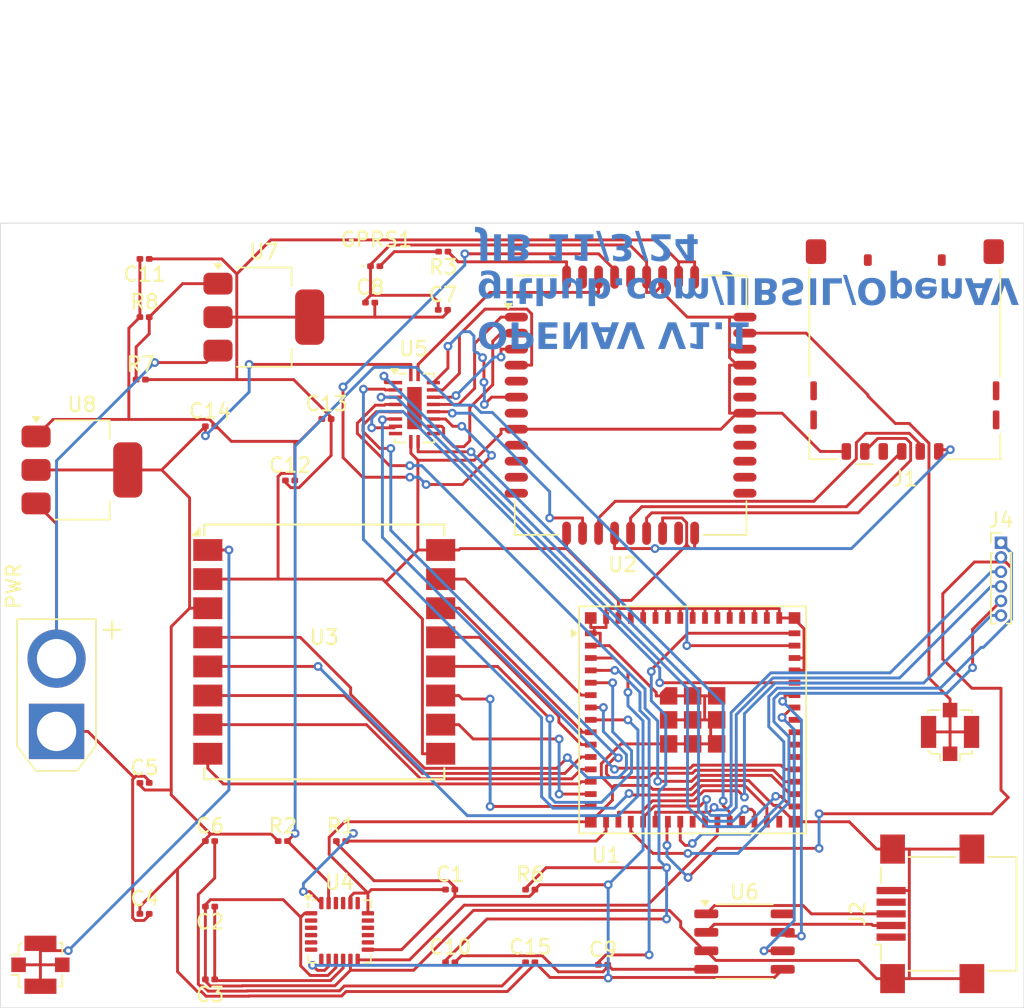
<source format=kicad_pcb>
(kicad_pcb (version 20240108) (generator "pcbnew") (generator_version "8.0")
  (title_block (comment 4 "AISLER Project ID: IDFDOJAN"))
  (layers (0 "F.Cu" signal) (31 "B.Cu" signal) (34 "B.Paste" user) (35 "F.Paste" user) (36 "B.SilkS" user "B.Silkscreen") (37 "F.SilkS" user "F.Silkscreen") (38 "B.Mask" user) (39 "F.Mask" user) (44 "Edge.Cuts" user))
  (net 0 "")
  (net 1 "Net-(AE1-A)")
  (net 2 "Net-(AE2-A)")
  (net 3 "Net-(U1-3V3)")
  (net 4 "Net-(U4-REGOUT)")
  (net 5 "Net-(U7-VO)")
  (net 6 "Net-(J2-D-)")
  (net 7 "Net-(U6-~{RTS})")
  (net 8 "Net-(U1-IO0)")
  (net 9 "Net-(U1-EN)")
  (net 10 "Net-(GPRS1-A)")
  (net 11 "Net-(J1-RST)")
  (net 12 "Net-(J1-CLK)")
  (net 13 "Net-(J1-I{slash}O)")
  (net 14 "Net-(J1-VCC)")
  (net 16 "Net-(GPRS1-K)")
  (net 17 "Net-(C15-Pad1)")
  (net 18 "Net-(U2-STATUS)")
  (net 19 "Net-(U1-IO37)")
  (net 20 "Net-(J4-Pin_5)")
  (net 21 "Net-(J4-Pin_1)")
  (net 22 "Net-(J4-Pin_4)")
  (net 23 "Net-(U1-IO1)")
  (net 24 "Net-(U1-IO26)")
  (net 25 "Net-(U1-IO3)")
  (net 26 "Net-(J4-Pin_3)")
  (net 27 "Net-(U1-IO38)")
  (net 29 "Net-(U1-IO34)")
  (net 30 "Net-(U1-IO6)")
  (net 31 "Net-(U1-IO4)")
  (net 32 "Net-(U1-IO33)")
  (net 33 "Net-(U1-TXD0)")
  (net 34 "Net-(J4-Pin_6)")
  (net 35 "Net-(J4-Pin_2)")
  (net 37 "Net-(U1-IO2)")
  (net 38 "Net-(U1-IO12)")
  (net 39 "Net-(U1-IO46)")
  (net 40 "Net-(U1-IO10)")
  (net 42 "Net-(U1-IO5)")
  (net 44 "Net-(U1-IO11)")
  (net 45 "Net-(U1-IO45)")
  (net 46 "Net-(U1-IO35)")
  (net 47 "Net-(U1-IO21)")
  (net 48 "Net-(U1-IO8)")
  (net 49 "Net-(U1-RXD0)")
  (net 50 "Net-(U1-IO36)")
  (net 52 "Net-(U1-IO9)")
  (net 53 "Net-(U2-~{PWRKEY})")
  (net 57 "Net-(U2-UART1_RXD)")
  (net 64 "Net-(U2-SIM_DET)")
  (net 65 "Net-(U2-UART1_CTS)")
  (net 66 "Net-(U2-UART1_RTS)")
  (net 69 "Net-(U2-UART1_TXD)")
  (net 71 "Net-(U2-UART1_DTR)")
  (net 74 "Net-(U2-VDD_EXT)")
  (net 93 "Net-(J2-D+)")
  (net 97 "Net-(J3-Pin_1)")
  (net 98 "Net-(ACCEL1-K)")
  (net 99 "Net-(U7-ADJ)")
  (net 100 "Net-(U1-IO7)")
  (footprint "Capacitor_SMD:C_0201_0603Metric" (layer "F.Cu") (at 65.655 85.332)
    (property "Reference" "C10")
    (property "Value" "100nF")
  )
  (footprint "Resistor_SMD:R_0201_0603Metric" (layer "F.Cu") (at 71.155 80.332)
    (property "Reference" "R6")
    (property "Value" "4K")
  )
  (footprint "Connector_Card:microSIM_JAE_SF53S006VCBR2000" (layer "F.Cu") (at 96.895 43.61 180)
    (property "Reference" "J1")
    (property "Value" "SIM_Card")
  )
  (footprint "Resistor_SMD:R_0201_0603Metric" (layer "F.Cu") (at 58.155 77)
    (property "Reference" "R1")
    (property "Value" "4K")
  )
  (footprint "RF_Module:ESP32-S2-MINI-1U" (layer "F.Cu") (at 82.3132 68.6712)
    (property "Reference" "U1")
    (property "Value" "ESP32-S3-MINI-1U")
  )
  (footprint "MountingHole:MountingHole_2.1mm" (layer "F.Cu") (at 38.5 77.5)
    (property "Reference" "S3" (hide yes))
    (property "Value" "MountingHole_2.1mm" (hide yes))
  )
  (footprint "Capacitor_SMD:C_0201_0603Metric" (layer "F.Cu") (at 76.155 85.5)
    (property "Reference" "C9")
    (property "Value" "100nF")
  )
  (footprint "Package_TO_SOT_SMD:SOT-223-3_TabPin2" (layer "F.Cu") (at 52.85 41)
    (property "Reference" "U7")
    (property "Value" "AMS1117")
  )
  (footprint "Capacitor_SMD:C_0201_0603Metric" (layer "F.Cu") (at 65.655 80.332)
    (property "Reference" "C1")
    (property "Value" "0.1uF")
  )
  (footprint "Connector_PinHeader_1.00mm:PinHeader_1x06_P1.00mm_Vertical" (layer "F.Cu") (at 103.5 56.5)
    (property "Reference" "J4")
    (property "Value" "Extra Connectors" (hide yes))
  )
  (footprint "LED_SMD:LED_0201_0603Metric" (layer "F.Cu") (at 60.5 37.5)
    (property "Reference" "GPRS1")
    (property "Value" "LED" (hide yes))
  )
  (footprint "Package_DFN_QFN:WQFN-20-1EP_2.5x4.5mm_P0.5mm_EP1x2.9mm" (layer "F.Cu") (at 63.2 47.25)
    (property "Reference" "U5")
    (property "Value" "FXMA108")
  )
  (footprint "Resistor_SMD:R_0201_0603Metric" (layer "F.Cu") (at 44.3948 45.2912)
    (property "Reference" "R7")
    (property "Value" "1K")
  )
  (footprint "Sensor_Motion:InvenSense_QFN-24_4x4mm_P0.5mm" (layer "F.Cu") (at 58.05 83.2104)
    (property "Reference" "U4")
    (property "Value" "MPU-6050")
  )
  (footprint "Package_SO:SOP-8_3.9x4.9mm_P1.27mm" (layer "F.Cu") (at 85.875 83.905)
    (property "Reference" "U6")
    (property "Value" "CH340N")
  )
  (footprint "Connector_Coaxial:U.FL_Molex_MCRF_73412-0110_Vertical" (layer "F.Cu") (at 100 69.5)
    (property "Reference" "ANT2" (hide yes))
    (property "Value" "GSMConn")
  )
  (footprint "Capacitor_SMD:C_0201_0603Metric" (layer "F.Cu") (at 49.155 77)
    (property "Reference" "C6")
    (property "Value" "100nF")
  )
  (footprint "MountingHole:MountingHole_2.1mm" (layer "F.Cu") (at 94.5 61)
    (property "Reference" "S1" (hide yes))
    (property "Value" "MountingHole_2.1mm" (hide yes))
  )
  (footprint "Capacitor_SMD:C_0201_0603Metric" (layer "F.Cu") (at 71.155 85.332)
    (property "Reference" "C15")
    (property "Value" "22uF")
  )
  (footprint "Capacitor_SMD:C_0201_0603Metric" (layer "F.Cu") (at 49.155 86.5 180)
    (property "Reference" "C3")
    (property "Value" "2.2nF")
  )
  (footprint "Capacitor_SMD:C_0201_0603Metric" (layer "F.Cu") (at 44.655 82)
    (property "Reference" "C4")
    (property "Value" "100nF")
  )
  (footprint "Resistor_SMD:R_0201_0603Metric" (layer "F.Cu") (at 54.155 77)
    (property "Reference" "R2")
    (property "Value" "4K")
  )
  (footprint "Resistor_SMD:R_0201_0603Metric" (layer "F.Cu") (at 44.655 41)
    (property "Reference" "R8")
    (property "Value" "2K")
  )
  (footprint "Capacitor_SMD:C_0201_0603Metric" (layer "F.Cu") (at 49.155 48.5)
    (property "Reference" "C14")
    (property "Value" "22uF")
  )
  (footprint "Connector_AMASS:AMASS_XT30U-F_1x02_P5.0mm_Vertical" (layer "F.Cu") (at 38.608 69.4652 90)
    (property "Reference" "PWR")
    (property "Value" " ")
  )
  (footprint "Capacitor_SMD:C_0201_0603Metric" (layer "F.Cu") (at 54.655 52.2224)
    (property "Reference" "C12")
    (property "Value" "100uF TANT")
  )
  (footprint "Resistor_SMD:R_0201_0603Metric" (layer "F.Cu") (at 65.18 36.5 180)
    (property "Reference" "R3")
    (property "Value" "1K")
  )
  (footprint "RF_GSM:SIMCom_SIM800C" (layer "F.Cu") (at 78.05 47.05)
    (property "Reference" "U2")
    (property "Value" "SIM800C" (hide yes))
  )
  (footprint "Capacitor_SMD:C_0201_0603Metric" (layer "F.Cu") (at 57.155 48)
    (property "Reference" "C13")
    (property "Value" "10pF")
  )
  (footprint "Capacitor_SMD:C_0201_0603Metric" (layer "F.Cu") (at 44.655 37 180)
    (property "Reference" "C11")
    (property "Value" "22uF")
  )
  (footprint "Capacitor_SMD:C_0201_0603Metric" (layer "F.Cu") (at 49.155 81.5 180)
    (property "Reference" "C2")
    (property "Value" "0.1uF")
  )
  (footprint "Capacitor_SMD:C_0201_0603Metric" (layer "F.Cu") (at 44.655 73)
    (property "Reference" "C5")
    (property "Value" "100nF")
  )
  (footprint "Package_TO_SOT_SMD:SOT-223-3_TabPin2" (layer "F.Cu") (at 40.35 51.5)
    (property "Reference" "U8")
    (property "Value" "AMS1117-3.3")
  )
  (footprint "MountingHole:MountingHole_2.1mm" (layer "F.Cu") (at 38.5 40 180)
    (property "Reference" "S2" (hide yes))
    (property "Value" "MountingHole_2.1mm" (hide yes))
  )
  (footprint "RF_Module:Ai-Thinker-Ra-01-LoRa" (layer "F.Cu") (at 57 64)
    (property "Reference" "U3")
    (property "Value" "Ra-01")
  )
  (footprint "Connector_USB:USB_Mini-B_Lumberg_2486_01_Horizontal" (layer "F.Cu") (at 98.65 82 90)
    (property "Reference" "J2")
    (property "Value" "USB_B_Mini" (hide yes))
  )
  (footprint "Connector_Coaxial:U.FL_Molex_MCRF_73412-0110_Vertical" (layer "F.Cu") (at 37.5 85.5 -90)
    (property "Reference" "ANT1" (hide yes))
    (property "Value" "LoRaAnt")
  )
  (footprint "Capacitor_SMD:C_0201_0603Metric" (layer "F.Cu") (at 65.155 40.5)
    (property "Reference" "C7")
    (property "Value" "1uF")
  )
  (footprint "Capacitor_SMD:C_0201_0603Metric" (layer "F.Cu") (at 60.155 40)
    (property "Reference" "C8")
    (property "Value" "33pF")
  )
  (gr_rect (start 34.7472 34.544) (end 105.0756 88.4588) (stroke (width 0.05)) (fill none) (layer "Edge.Cuts"))
  (gr_text "OPENAV V1.1\ngithub.com/JIBSIL/OpenAV\nJIB 11/3/24" (at 67.5 35 180) (layer "B.Cu") (effects (font (size 1.8 1.8) (thickness 0.4) (bold yes)) (justify left bottom mirror)))
  (segment (start 50.2517 57) (end 50.4517 57) (width 0.2) (layer "F.Cu") (net 1))
  (segment (start 37.5 84.5287) (end 39.4148 84.5287) (width 0.2) (layer "F.Cu") (net 1))
  (segment (start 37.5 84.5287) (end 37.5 85.5) (width 0.2) (layer "F.Cu") (net 1))
  (segment (start 37.5 84.025) (end 37.5 84.5287) (width 0.2) (layer "F.Cu") (net 1))
  (segment (start 49 57) (end 50.2517 57) (width 0.2) (layer "F.Cu") (net 1))
  (segment (start 37.5 85.5) (end 39 85.5) (width 0.2) (layer "F.Cu") (net 1))
  (segment (start 37.5 85.5) (end 37.5 86.975) (width 0.2) (layer "F.Cu") (net 1))
  (segment (start 36 85.5) (end 37.5 85.5) (width 0.2) (layer "F.Cu") (net 1))
  (via (at 39.4148 84.5287) (size 0.6) (drill 0.3) (layers "F.Cu" "B.Cu") (net 1))
  (via (at 50.4517 57) (size 0.6) (drill 0.3) (layers "F.Cu" "B.Cu") (net 1))
  (segment (start 50.4517 73.4918) (end 39.4148 84.5287) (width 0.2) (layer "B.Cu") (net 1))
  (segment (start 50.4517 57) (end 50.4517 73.4918) (width 0.2) (layer "B.Cu") (net 1))
  (segment (start 100 69.5) (end 100 71) (width 0.2) (layer "F.Cu") (net 2))
  (segment (start 100 68) (end 100 67.2483) (width 0.2) (layer "F.Cu") (net 2))
  (segment (start 94.355 46.3439) (end 94.355 46.4209) (width 0.2) (layer "F.Cu") (net 2))
  (segment (start 98.5496 65.7979) (end 100 67.2483) (width 0.2) (layer "F.Cu") (net 2))
  (segment (start 97.1929 48.3061) (end 98.5496 49.6628) (width 0.2) (layer "F.Cu") (net 2))
  (segment (start 101.475 69.5) (end 100 69.5) (width 0.2) (layer "F.Cu") (net 2))
  (segment (start 94.355 46.4209) (end 96.2402 48.3061) (width 0.2) (layer "F.Cu") (net 2))
  (segment (start 96.2402 48.3061) (end 97.1929 48.3061) (width 0.2) (layer "F.Cu") (net 2))
  (segment (start 98.5496 49.6628) (end 98.5496 65.7979) (width 0.2) (layer "F.Cu") (net 2))
  (segment (start 100 69.5) (end 100 68) (width 0.2) (layer "F.Cu") (net 2))
  (segment (start 90.1111 42.1) (end 94.355 46.3439) (width 0.2) (layer "F.Cu") (net 2))
  (segment (start 85.9 42.1) (end 90.1111 42.1) (width 0.2) (layer "F.Cu") (net 2))
  (segment (start 100 69.5) (end 98.525 69.5) (width 0.2) (layer "F.Cu") (net 2))
  (segment (start 44.335 73) (end 44.335 73.1602) (width 0.2) (layer "F.Cu") (net 3))
  (segment (start 48.835 77) (end 48.835 76.8766) (width 0.2) (layer "F.Cu") (net 3))
  (segment (start 47.7483 53.4133) (end 45.835 51.5) (width 0.2) (layer "F.Cu") (net 3))
  (segment (start 65.975 80.8015) (end 65.975 80.332) (width 0.2) (layer "F.Cu") (net 3))
  (segment (start 76.511 79.9993) (end 71.8077 79.9993) (width 0.2) (layer "F.Cu") (net 3))
  (segment (start 71.5284 85.3853) (end 71.475 85.332) (width 0.2) (layer "F.Cu") (net 3))
  (segment (start 44.335 73.1602) (end 44.6647 73.4899) (width 0.2) (layer "F.Cu") (net 3))
  (segment (start 46.92 85.972) (end 48.2852 87.3372) (width 0.2) (layer "F.Cu") (net 3))
  (segment (start 60.421 79.7237) (end 57.835 77.1377) (width 0.2) (layer "F.Cu") (net 3))
  (segment (start 45.835 51.5) (end 48.835 48.5) (width 0.2) (layer "F.Cu") (net 3))
  (segment (start 47.7483 61) (end 47.7483 53.4133) (width 0.2) (layer "F.Cu") (net 3))
  (segment (start 47.8367 61) (end 47.7498 61) (width 0.2) (layer "F.Cu") (net 3))
  (segment (start 75.3132 64.4212) (end 76.9069 64.4212) (width 0.2) (layer "F.Cu") (net 3))
  (segment (start 87.9394 86.3706) (end 76.511 86.3706) (width 0.2) (layer "F.Cu") (net 3))
  (segment (start 46.4867 73.4899) (end 46.4867 73.8227) (width 0.2) (layer "F.Cu") (net 3))
  (segment (start 37.2 51.5) (end 43.5 51.5) (width 0.2) (layer "F.Cu") (net 3))
  (segment (start 65.975 80.8015) (end 62.3161 84.4604) (width 0.2) (layer "F.Cu") (net 3))
  (segment (start 49 61) (end 47.8367 61) (width 0.2) (layer "F.Cu") (net 3))
  (segment (start 57.0255 85.8818) (end 56.5426 85.8818) (width 0.2) (layer "F.Cu") (net 3))
  (segment (start 71.475 80.4334) (end 71.1069 80.8015) (width 0.2) (layer "F.Cu") (net 3))
  (segment (start 62.3161 84.4604) (end 60 84.4604) (width 0.2) (layer "F.Cu") (net 3))
  (segment (start 48.835 76.8766) (end 49.1878 76.5238) (width 0.2) (layer "F.Cu") (net 3))
  (segment (start 58.4998 87.3372) (end 69.5765 87.3372) (width 0.2) (layer "F.Cu") (net 3))
  (segment (start 71.475 80.332) (end 71.475 80.4334) (width 0.2) (layer "F.Cu") (net 3))
  (segment (start 46.4867 73.8227) (end 49.1878 76.5238) (width 0.2) (layer "F.Cu") (net 3))
  (segment (start 76.511 86.3706) (end 76.511 86.4125) (width 0.2) (layer "F.Cu") (net 3))
  (segment (start 51.8501 87.6403) (end 58.1967 87.6403) (width 0.2) (layer "F.Cu") (net 3))
  (segment (start 62.95 44.2483) (end 51.8431 44.2483) (width 0.2) (layer "F.Cu") (net 3))
  (segment (start 53.3588 76.5238) (end 53.835 77) (width 0.2) (layer "F.Cu") (net 3))
  (segment (start 47.7498 61) (end 47.7483 61) (width 0.2) (layer "F.Cu") (net 3))
  (segment (start 43.5 51.5) (end 45.835 51.5) (width 0.2) (layer "F.Cu") (net 3))
  (segment (start 58.1967 87.6403) (end 58.4998 87.3372) (width 0.2) (layer "F.Cu") (net 3))
  (segment (start 88.5 85.81) (end 87.9394 86.3706) (width 0.2) (layer "F.Cu") (net 3))
  (segment (start 46.92 78.915) (end 46.92 85.972) (width 0.2) (layer "F.Cu") (net 3))
  (segment (start 47.7498 61) (end 46.4867 62.2631) (width 0.2) (layer "F.Cu") (net 3))
  (segment (start 76.511 86.3706) (end 72.5136 86.3706) (width 0.2) (layer "F.Cu") (net 3))
  (segment (start 62.95 44.95) (end 62.95 44.2483) (width 0.2) (layer "F.Cu") (net 3))
  (segment (start 65.975 80.1603) (end 65.5384 79.7237) (width 0.2) (layer "F.Cu") (net 3))
  (segment (start 57.3 85.6073) (end 57.0255 85.8818) (width 0.2) (layer "F.Cu") (net 3))
  (segment (start 46.4867 62.2631) (end 46.4867 73.4899) (width 0.2) (layer "F.Cu") (net 3))
  (segment (start 48.2852 87.3372) (end 48.5558 87.3372) (width 0.2) (layer "F.Cu") (net 3))
  (segment (start 69.5765 87.3372) (end 71.5284 85.3853) (width 0.2) (layer "F.Cu") (net 3))
  (segment (start 44.6647 73.4899) (end 46.4867 73.4899) (width 0.2) (layer "F.Cu") (net 3))
  (segment (start 76.9069 64.4212) (end 77.8685 65.3828) (width 0.2) (layer "F.Cu") (net 3))
  (segment (start 71.8077 79.9993) (end 71.475 80.332) (width 0.2) (layer "F.Cu") (net 3))
  (segment (start 56.5426 85.8818) (end 56.1963 85.5355) (width 0.2) (layer "F.Cu") (net 3))
  (segment (start 48.5558 87.3372) (end 48.8782 87.6596) (width 0.2) (layer "F.Cu") (net 3))
  (segment (start 48.835 49.1527) (end 48.835 48.5) (width 0.2) (layer "F.Cu") (net 3))
  (segment (start 57.835 77.1377) (end 57.835 77) (width 0.2) (layer "F.Cu") (net 3))
  (segment (start 65.5384 79.7237) (end 60.421 79.7237) (width 0.2) (layer "F.Cu") (net 3))
  (segment (start 71.1069 80.8015) (end 65.975 80.8015) (width 0.2) (layer "F.Cu") (net 3))
  (segment (start 46.92 78.915) (end 44.335 81.5) (width 0.2) (layer "F.Cu") (net 3))
  (segment (start 51.8308 87.6596) (end 51.8501 87.6403) (width 0.2) (layer "F.Cu") (net 3))
  (segment (start 44.335 81.5) (end 44.335 82) (width 0.2) (layer "F.Cu") (net 3))
  (segment (start 57.3 85.1604) (end 57.3 85.6073) (width 0.2) (layer "F.Cu") (net 3))
  (segment (start 49.1878 76.5238) (end 53.3588 76.5238) (width 0.2) (layer "F.Cu") (net 3))
  (segment (start 65.975 80.332) (end 65.975 80.1603) (width 0.2) (layer "F.Cu") (net 3))
  (segment (start 48.8782 87.6596) (end 51.8308 87.6596) (width 0.2) (layer "F.Cu") (net 3))
  (segment (start 48.835 77) (end 46.92 78.915) (width 0.2) (layer "F.Cu") (net 3))
  (segment (start 77.8685 65.3828) (end 77.8685 66.7778) (width 0.2) (layer "F.Cu") (net 3))
  (segment (start 72.5136 86.3706) (end 71.5284 85.3853) (width 0.2) (layer "F.Cu") (net 3))
  (via (at 51.8431 44.2483) (size 0.6) (drill 0.3) (layers "F.Cu" "B.Cu") (net 3))
  (via (at 76.511 79.9993) (size 0.6) (drill 0.3) (layers "F.Cu" "B.Cu") (net 3))
  (via (at 48.835 49.1527) (size 0.6) (drill 0.3) (layers "F.Cu" "B.Cu") (net 3))
  (via (at 76.511 86.4125) (size 0.6) (drill 0.3) (layers "F.Cu" "B.Cu") (net 3))
  (via (at 77.8685 66.7778) (size 0.6) (drill 0.3) (layers "F.Cu" "B.Cu") (net 3))
  (via (at 56.1963 85.5355) (size 0.6) (drill 0.3) (layers "F.Cu" "B.Cu") (net 3))
  (segment (start 76.511 85.5355) (end 76.511 86.4125) (width 0.2) (layer "B.Cu") (net 3))
  (segment (start 77.8685 66.7778) (end 77.8685 67.7001) (width 0.2) (layer "B.Cu") (net 3))
  (segment (start 77.8685 67.7001) (end 78.9048 68.7364) (width 0.2) (layer "B.Cu") (net 3))
  (segment (start 51.8431 46.1446) (end 51.8431 44.2483) (width 0.2) (layer "B.Cu") (net 3))
  (segment (start 78.9048 68.7364) (end 78.9048 77.6055) (width 0.2) (layer "B.Cu") (net 3))
  (segment (start 48.835 49.1527) (end 51.8431 46.1446) (width 0.2) (layer "B.Cu") (net 3))
  (segment (start 76.511 79.9993) (end 76.511 85.5355) (width 0.2) (layer "B.Cu") (net 3))
  (segment (start 78.9048 77.6055) (end 76.511 79.9993) (width 0.2) (layer "B.Cu") (net 3))
  (segment (start 76.511 85.5355) (end 56.1963 85.5355) (width 0.2) (layer "B.Cu") (net 3))
  (segment (start 49.475 86.5) (end 49.5602 86.5852) (width 0.2) (layer "F.Cu") (net 4))
  (segment (start 49.475 81.5) (end 49.475 86.5) (width 0.2) (layer "F.Cu") (net 4))
  (segment (start 57.4317 86.5852) (end 58.3 85.7169) (width 0.2) (layer "F.Cu") (net 4))
  (segment (start 49.5602 86.5852) (end 57.4317 86.5852) (width 0.2) (layer "F.Cu") (net 4))
  (segment (start 58.3 85.7169) (end 58.3 85.1604) (width 0.2) (layer "F.Cu") (net 4))
  (segment (start 56 41) (end 50.9892 41) (width 0.2) (layer "F.Cu") (net 5))
  (segment (start 54.8935 45.2912) (end 57.475 47.8727) (width 0.2) (layer "F.Cu") (net 5))
  (segment (start 81.35 37.199) (end 81.35 37.1983) (width 0.2) (layer "F.Cu") (net 5))
  (segment (start 81.35 37.1998) (end 81.35 37.199) (width 0.2) (layer "F.Cu") (net 5))
  (segment (start 82.45 38.25) (end 82.45 37.1983) (width 0.2) (layer "F.Cu") (net 5))
  (segment (start 57.475 47.8727) (end 57.475 48) (width 0.2) (layer "F.Cu") (net 5))
  (segment (start 50.9892 45.2912) (end 54.8935 45.2912) (width 0.2) (layer "F.Cu") (net 5))
  (segment (start 49.9548 37) (end 44.975 37) (width 0.2) (layer "F.Cu") (net 5))
  (segment (start 53.3321 35.6915) (end 50.9892 38.0344) (width 0.2) (layer "F.Cu") (net 5))
  (segment (start 65.1432 41) (end 65.475 40.6682) (width 0.2) (layer "F.Cu") (net 5))
  (segment (start 49.7 41) (end 50.9892 41) (width 0.2) (layer "F.Cu") (net 5))
  (segment (start 57.475 48) (end 57.475 50.5061) (width 0.2) (layer "F.Cu") (net 5))
  (segment (start 54.7062 52.7169) (end 54.335 52.3457) (width 0.2) (layer "F.Cu") (net 5))
  (segment (start 56 41) (end 60.475 41) (width 0.2) (layer "F.Cu") (net 5))
  (segment (start 81.35 37.2866) (end 81.35 37.1998) (width 0.2) (layer "F.Cu") (net 5))
  (segment (start 55.2642 52.7169) (end 54.7062 52.7169) (width 0.2) (layer "F.Cu") (net 5))
  (segment (start 82.45 37.1983) (end 81.35 37.1983) (width 0.2) (layer "F.Cu") (net 5))
  (segment (start 57.475 50.5061) (end 55.2642 52.7169) (width 0.2) (layer "F.Cu") (net 5))
  (segment (start 50.9892 38.0344) (end 49.9548 37) (width 0.2) (layer "F.Cu") (net 5))
  (segment (start 54.335 52.3457) (end 54.335 52.2224) (width 0.2) (layer "F.Cu") (net 5))
  (segment (start 60.475 41) (end 60.475 40) (width 0.2) (layer "F.Cu") (net 5))
  (segment (start 50.9892 41) (end 50.9892 38.0344) (width 0.2) (layer "F.Cu") (net 5))
  (segment (start 79.8425 35.6915) (end 53.3321 35.6915) (width 0.2) (layer "F.Cu") (net 5))
  (segment (start 60.475 41) (end 65.1432 41) (width 0.2) (layer "F.Cu") (net 5))
  (segment (start 44.7148 45.2912) (end 50.9892 45.2912) (width 0.2) (layer "F.Cu") (net 5))
  (segment (start 81.35 37.199) (end 79.8425 35.6915) (width 0.2) (layer "F.Cu") (net 5))
  (segment (start 81.35 38.25) (end 81.35 37.2866) (width 0.2) (layer "F.Cu") (net 5))
  (segment (start 65.475 40.6682) (end 65.475 40.5) (width 0.2) (layer "F.Cu") (net 5))
  (segment (start 50.9892 45.2912) (end 50.9892 41) (width 0.2) (layer "F.Cu") (net 5))
  (segment (start 94.6158 82.7175) (end 83.8025 82.7175) (width 0.2) (layer "F.Cu") (net 6))
  (segment (start 95.95 82.8) (end 94.6983 82.8) (width 0.2) (layer "F.Cu") (net 6))
  (segment (start 94.6983 82.8) (end 94.6158 82.7175) (width 0.2) (layer "F.Cu") (net 6))
  (segment (start 83.8025 82.7175) (end 83.25 83.27) (width 0.2) (layer "F.Cu") (net 6))
  (segment (start 76.5525 85.5775) (end 76.475 85.5) (width 0.2) (layer "F.Cu") (net 7))
  (segment (start 83.25 85.81) (end 76.785 85.81) (width 0.2) (layer "F.Cu") (net 7))
  (segment (start 71.9845 84.8791) (end 66.4279 84.8791) (width 0.2) (layer "F.Cu") (net 7))
  (segment (start 76.785 85.81) (end 76.5525 85.5775) (width 0.2) (layer "F.Cu") (net 7))
  (segment (start 76.5525 85.5775) (end 76.1495 85.9805) (width 0.2) (layer "F.Cu") (net 7))
  (segment (start 73.0859 85.9805) (end 71.9845 84.8791) (width 0.2) (layer "F.Cu") (net 7))
  (segment (start 76.1495 85.9805) (end 73.0859 85.9805) (width 0.2) (layer "F.Cu") (net 7))
  (segment (start 66.4279 84.8791) (end 65.975 85.332) (width 0.2) (layer "F.Cu") (net 7))
  (segment (start 75.835 85.3304) (end 76.3435 84.8219) (width 0.2) (layer "F.Cu") (net 8))
  (segment (start 75.9649 65.2712) (end 76.9656 65.2712) (width 0.2) (layer "F.Cu") (net 8))
  (segment (start 76.3435 84.8219) (end 79.3227 84.8219) (width 0.2) (layer "F.Cu") (net 8))
  (segment (start 75.3132 65.2712) (end 75.9649 65.2712) (width 0.2) (layer "F.Cu") (net 8))
  (segment (start 75.835 85.5) (end 75.835 85.3304) (width 0.2) (layer "F.Cu") (net 8))
  (via (at 79.3227 84.8219) (size 0.6) (drill 0.3) (layers "F.Cu" "B.Cu") (net 8))
  (via (at 76.9656 65.2712) (size 0.6) (drill 0.3) (layers "F.Cu" "B.Cu") (net 8))
  (segment (start 79.3227 68.657) (end 78.6927 68.027) (width 0.2) (layer "B.Cu") (net 8))
  (segment (start 78.6927 68.027) (end 78.6927 66.7827) (width 0.2) (layer "B.Cu") (net 8))
  (segment (start 77.1812 65.2712) (end 76.9656 65.2712) (width 0.2) (layer "B.Cu") (net 8))
  (segment (start 79.3227 84.8219) (end 79.3227 68.657) (width 0.2) (layer "B.Cu") (net 8))
  (segment (start 78.6927 66.7827) (end 77.1812 65.2712) (width 0.2) (layer "B.Cu") (net 8))
  (segment (start 81.9823 62.7212) (end 79.4717 65.2318) (width 0.2) (layer "F.Cu") (net 9))
  (segment (start 79.4717 65.2318) (end 79.4717 65.3466) (width 0.2) (layer "F.Cu") (net 9))
  (segment (start 68.184 82.3524) (end 80.5238 82.3524) (width 0.2) (layer "F.Cu") (net 9))
  (segment (start 89.3132 62.7212) (end 81.9823 62.7212) (width 0.2) (layer "F.Cu") (net 9))
  (segment (start 70.835 80.2378) (end 72.2463 78.8265) (width 0.2) (layer "F.Cu") (net 9))
  (segment (start 70.835 80.332) (end 70.835 80.2378) (width 0.2) (layer "F.Cu") (net 9))
  (segment (start 65.335 85.2014) (end 68.184 82.3524) (width 0.2) (layer "F.Cu") (net 9))
  (segment (start 65.335 85.332) (end 65.335 85.2014) (width 0.2) (layer "F.Cu") (net 9))
  (segment (start 72.2463 78.8265) (end 80.5238 78.8265) (width 0.2) (layer "F.Cu") (net 9))
  (via (at 80.5238 78.8265) (size 0.6) (drill 0.3) (layers "F.Cu" "B.Cu") (net 9))
  (via (at 80.5238 82.3524) (size 0.6) (drill 0.3) (layers "F.Cu" "B.Cu") (net 9))
  (via (at 79.4717 65.3466) (size 0.6) (drill 0.3) (layers "F.Cu" "B.Cu") (net 9))
  (segment (start 80 78.3027) (end 80.5238 78.8265) (width 0.2) (layer "B.Cu") (net 9))
  (segment (start 79.4717 67.3639) (end 80.4634 68.3556) (width 0.2) (layer "B.Cu") (net 9))
  (segment (start 80 73.584518) (end 80 78.3027) (width 0.2) (layer "B.Cu") (net 9))
  (segment (start 80.5238 78.8265) (end 80.5238 82.3524) (width 0.2) (layer "B.Cu") (net 9))
  (segment (start 80.4634 68.3556) (end 80.4634 73.121118) (width 0.2) (layer "B.Cu") (net 9))
  (segment (start 79.4717 65.3466) (end 79.4717 67.3639) (width 0.2) (layer "B.Cu") (net 9))
  (segment (start 80.4634 73.121118) (end 80 73.584518) (width 0.2) (layer "B.Cu") (net 9))
  (segment (start 64.86 36.5) (end 61.82 36.5) (width 0.2) (layer "F.Cu") (net 10))
  (segment (start 61.82 36.5) (end 60.82 37.5) (width 0.2) (layer "F.Cu") (net 10))
  (segment (start 78.05 55.85) (end 78.05 54.7983) (width 0.2) (layer "F.Cu") (net 11))
  (segment (start 96.68 50.23) (end 92.8873 54.0227) (width 0.2) (layer "F.Cu") (net 11))
  (segment (start 78.8256 54.0227) (end 78.05 54.7983) (width 0.2) (layer "F.Cu") (net 11))
  (segment (start 92.8873 54.0227) (end 78.8256 54.0227) (width 0.2) (layer "F.Cu") (net 11))
  (segment (start 100.0199 50.1081) (end 99.3419 50.1081) (width 0.2) (layer "F.Cu") (net 12))
  (segment (start 99.3419 50.1081) (end 99.22 50.23) (width 0.2) (layer "F.Cu") (net 12))
  (segment (start 76.95 55.85) (end 76.95 56.9017) (width 0.2) (layer "F.Cu") (net 12))
  (segment (start 76.95 56.9017) (end 79.7268 56.9017) (width 0.2) (layer "F.Cu") (net 12))
  (via (at 79.7268 56.9017) (size 0.6) (drill 0.3) (layers "F.Cu" "B.Cu") (net 12))
  (via (at 100.0199 50.1081) (size 0.6) (drill 0.3) (layers "F.Cu" "B.Cu") (net 12))
  (segment (start 100.0199 50.1081) (end 93.2263 56.9017) (width 0.2) (layer "B.Cu") (net 12))
  (segment (start 93.2263 56.9017) (end 79.7268 56.9017) (width 0.2) (layer "B.Cu") (net 12))
  (segment (start 76.9945 53.6538) (end 75.85 54.7983) (width 0.2) (layer "F.Cu") (net 13))
  (segment (start 97.95 50.23) (end 97.95 49.7327) (width 0.2) (layer "F.Cu") (net 13))
  (segment (start 94.2012 48.9836) (end 93.5604 49.6244) (width 0.2) (layer "F.Cu") (net 13))
  (segment (start 90.6421 53.6538) (end 76.9945 53.6538) (width 0.2) (layer "F.Cu") (net 13))
  (segment (start 75.85 55.85) (end 75.85 54.7983) (width 0.2) (layer "F.Cu") (net 13))
  (segment (start 97.95 49.7327) (end 97.2009 48.9836) (width 0.2) (layer "F.Cu") (net 13))
  (segment (start 93.5604 50.7355) (end 90.6421 53.6538) (width 0.2) (layer "F.Cu") (net 13))
  (segment (start 97.2009 48.9836) (end 94.2012 48.9836) (width 0.2) (layer "F.Cu") (net 13))
  (segment (start 93.5604 49.6244) (end 93.5604 50.7355) (width 0.2) (layer "F.Cu") (net 13))
  (segment (start 79.5017 54.4466) (end 93.6898 54.4466) (width 0.2) (layer "F.Cu") (net 14))
  (segment (start 93.6898 54.4466) (end 97.2916 50.8448) (width 0.2) (layer "F.Cu") (net 14))
  (segment (start 97.2916 49.6512) (end 96.9757 49.3353) (width 0.2) (layer "F.Cu") (net 14))
  (segment (start 95.0347 49.3353) (end 94.14 50.23) (width 0.2) (layer "F.Cu") (net 14))
  (segment (start 79.15 55.85) (end 79.15 54.7983) (width 0.2) (layer "F.Cu") (net 14))
  (segment (start 97.2916 50.8448) (end 97.2916 49.6512) (width 0.2) (layer "F.Cu") (net 14))
  (segment (start 96.9757 49.3353) (end 95.0347 49.3353) (width 0.2) (layer "F.Cu") (net 14))
  (segment (start 79.15 54.7983) (end 79.5017 54.4466) (width 0.2) (layer "F.Cu") (net 14))
  (segment (start 80.25 38.7758) (end 79.7241 39.3017) (width 0.2) (layer "F.Cu") (net 16))
  (segment (start 51.3647 86.9562) (end 51.384 86.9369) (width 0.2) (layer "F.Cu") (net 16))
  (segment (start 76.3632 61.6712) (end 76.3632 61.0195) (width 0.2) (layer "F.Cu") (net 16))
  (segment (start 75.3132 61.6712) (end 75.3132 62.3229) (width 0.2) (layer "F.Cu") (net 16))
  (segment (start 79.15 38.2848) (end 79.15 39.3017) (width 0.2) (layer "F.Cu") (net 16))
  (segment (start 75.9649 62.7212) (end 75.9649 63.5712) (width 0.2) (layer "F.Cu") (net 16))
  (segment (start 80.25 55.85) (end 80.25 54.7983) (width 0.2) (layer "F.Cu") (net 16))
  (segment (start 96.05 86.45) (end 97.2017 86.45) (width 0.2) (layer "F.Cu") (net 16))
  (segment (start 88.2632 61.6712) (end 88.6615 61.6712) (width 0.2) (layer "F.Cu") (net 16))
  (segment (start 59.835 40) (end 59.835 39.8465) (width 0.2) (layer "F.Cu") (net 16))
  (segment (start 75.5507 62.3229) (end 76.3632 62.3229) (width 0.2) (layer "F.Cu") (net 16))
  (segment (start 88.9874 61.6712) (end 88.6615 61.6712) (width 0.2) (layer "F.Cu") (net 16))
  (segment (start 79.15 37.1983) (end 77.9949 36.0432) (width 0.2) (layer "F.Cu") (net 16))
  (segment (start 80.7201 81.7626) (end 81.4907 82.5332) (width 0.2) (layer "F.Cu") (net 16))
  (segment (start 82.45 55.85) (end 82.45 56.9017) (width 0.2) (layer "F.Cu") (net 16))
  (segment (start 84.8483 43.1985) (end 84.8483 41) (width 0.2) (layer "F.Cu") (net 16))
  (segment (start 91.0895 50.23) (end 92.87 50.23) (width 0.2) (layer "F.Cu") (net 16))
  (segment (start 60.18 37.5) (end 60.18 39.5015) (width 0.2) (layer "F.Cu") (net 16))
  (segment (start 84.0132 61.0195) (end 84.8632 61.0195) (width 0.2) (layer "F.Cu") (net 16))
  (segment (start 84.0132 61.6712) (end 84.0132 61.0195) (width 0.2) (layer "F.Cu") (net 16))
  (segment (start 89.1503 61.6712) (end 89.3132 61.6712) (width 0.2) (layer "F.Cu") (net 16))
  (segment (start 51.384 86.9369) (end 57.7396 86.9369) (width 0.2) (layer "F.Cu") (net 16))
  (segment (start 48.835 81.5) (end 48.835 86.5) (width 0.2) (layer "F.Cu") (net 16))
  (segment (start 83.1382 68.6712) (end 83.5507 68.6712) (width 0.2) (layer "F.Cu") (net 16))
  (segment (start 81.9017 56.5786) (end 81.9017 55.1214) (width 0.2) (layer "F.Cu") (net 16))
  (segment (start 54.975 49.5359) (end 54.975 51.7361) (width 0.2) (layer "F.Cu") (net 16))
  (segment (start 82.7933 72.839) (end 86.1597 72.839) (width 0.2) (layer "F.Cu") (net 16))
  (segment (start 44.335 37) (end 44.335 41) (width 0.2) (layer "F.Cu") (net 16))
  (segment (start 49.116 48.0308) (end 49.4621 48.3769) (width 0.2) (layer "F.Cu") (net 16))
  (segment (start 49.1694 86.9562) (end 51.3647 86.9562) (width 0.2) (layer "F.Cu") (net 16))
  (segment (start 76.9479 73.1757) (end 79.3035 73.1757) (width 0.2) (layer "F.Cu") (net 16))
  (segment (start 61.2201 59.2137) (end 63.4338 57) (width 0.2) (layer "F.Cu") (net 16))
  (segment (start 37.2 49.2) (end 38.3692 48.0308) (width 0.2) (layer "F.Cu") (net 16))
  (segment (start 54.1754 81.0238) (end 55.3815 82.2299) (width 0.2) (layer "F.Cu") (net 16))
  (segment (start 88.9874 61.6712) (end 89.1503 61.6712) (width 0.2) (layer "F.Cu") (net 16))
  (segment (start 79.15 38.2848) (end 79.15 38.25) (width 0.2) (layer "F.Cu") (net 16))
  (segment (start 70.2 48.7) (end 69.1483 48.7) (width 0.2) (layer "F.Cu") (net 16))
  (segment (start 83.5507 68.6712) (end 83.9632 68.6712) (width 0.2) (layer "F.Cu") (net 16))
  (segment (start 60.18 39.5015) (end 64.3622 39.5015) (width 0.2) (layer "F.Cu") (net 16))
  (segment (start 76.8009 74.1835) (end 75.3132 75.6712) (width 0.2) (layer "F.Cu") (net 16))
  (segment (start 49.4621 48.3769) (end 49.475 48.3898) (width 0.2) (layer "F.Cu") (net 16))
  (segment (start 88.1879 74.5459) (end 89.3132 75.6712) (width 0.2) (layer "F.Cu") (net 16))
  (segment (start 81.4907 82.9107) (end 83.12 84.54) (width 0.2) (layer "F.Cu") (net 16))
  (segment (start 93.0695 75.6712) (end 89.9649 75.6712) (width 0.2) (layer "F.Cu") (net 16))
  (segment (start 80.25 38.25) (end 80.25 38.7758) (width 0.2) (layer "F.Cu") (net 16))
  (segment (start 81.9483 41) (end 80.25 39.3017) (width 0.2) (layer "F.Cu") (net 16))
  (segment (start 76.3632 61.0195) (end 77.2132 61.0195) (width 0.2) (layer "F.Cu") (net 16))
  (segment (start 73.65 56.8133) (end 73.65 56.9002) (width 0.2) (layer "F.Cu") (net 16))
  (segment (start 75.3132 63.5712) (end 75.8766 63.5712) (width 0.2) (layer "F.Cu") (net 16))
  (segment (start 75.9649 63.5712) (end 76.5903 63.5712) (width 0.2) (layer "F.Cu") (net 16))
  (segment (start 84.8498 43.2) (end 84.8483 43.1985) (width 0.2) (layer "F.Cu") (net 16))
  (segment (start 85.7132 61.0195) (end 86.5632 61.0195) (width 0.2) (layer "F.Cu") (net 16))
  (segment (start 82.3132 67.0212) (end 83.1382 67.0212) (width 0.2) (layer "F.Cu") (net 16))
  (segment (start 83.9102 85.2002) (end 93.6985 85.2002) (width 0.2) (layer "F.Cu") (net 16))
  (segment (start 82.3132 61.6712) (end 82.3132 61.0195) (width 0.2) (layer "F.Cu") (net 16))
  (segment (start 58.8 85.8765) (end 58.8 85.1604) (width 0.2) (layer "F.Cu") (net 16))
  (segment (start 85.3568 47.6) (end 84.2568 48.7) (width 0.2) (layer "F.Cu") (net 16))
  (segment (start 79.5729 73.4451) (end 82.1872 73.4451) (width 0.2) (layer "F.Cu") (net 16))
  (segment (start 80.6632 68.6712) (end 82.3132 68.6712) (width 0.2) (layer "F.Cu") (net 16))
  (segment (start 55.651 81.9604) (end 55.3815 82.2299) (width 0.2) (layer "F.Cu") (net 16))
  (segment (start 96.6009 77.55) (end 97.2017 77.55) (width 0.2) (layer "F.Cu") (net 16))
  (segment (start 89.3132 65.2712) (end 89.9649 65.2712) (width 0.2) (layer "F.Cu") (net 16))
  (segment (start 76.8009 73.3227) (end 76.9479 73.1757) (width 0.2) (layer "F.Cu") (net 16))
  (segment (start 76.8009 73.3227) (end 76.8009 74.1835) (width 0.2) (layer "F.Cu") (net 16))
  (segment (start 81.4632 61.0195) (end 82.3132 61.0195) (width 0.2) (layer "F.Cu") (net 16))
  (segment (start 85.8652 47.6) (end 85.9 47.6) (width 0.2) (layer "F.Cu") (net 16))
  (segment (start 78.0632 61.6712) (end 78.0632 61.0195) (width 0.2) (layer "F.Cu") (net 16))
  (segment (start 83.1382 67.0212) (end 83.1382 68.6712) (width 0.2) (layer "F.Cu") (net 16))
  (segment (start 81.4632 61.6712) (end 81.4632 61.0195) (width 0.2) (layer "F.Cu") (net 16))
  (segment (start 77.2132 61.0195) (end 78.0632 61.0195) (width 0.2) (layer "F.Cu") (net 16))
  (segment (start 59.835 39.8465) (end 60.18 39.5015) (width 0.2) (layer "F.Cu") (net 16))
  (segment (start 69.1483 48.9932) (end 67.3082 50.8333) (width 0.2) (layer "F.Cu") (net 16))
  (segment (start 83.5507 70.3212) (end 83.9632 70.3212) (width 0.2) (layer "F.Cu") (net 16))
  (segment (start 63.4338 57) (end 65 57) (width 0.2) (layer "F.Cu") (net 16))
  (segment (start 75.5507 62.3229) (end 75.3132 62.3229) (width 0.2) (layer "F.Cu") (net 16))
  (segment (start 84.8498 43.2) (end 84.8483 43.2) (width 0.2) (layer "F.Cu") (net 16))
  (segment (start 79.7632 61.0195) (end 80.6132 61.0195) (width 0.2) (layer "F.Cu") (net 16))
  (segment (start 57.3407 76.741) (end 57.3407 77.9145) (width 0.2) (layer "F.Cu") (net 16))
  (segment (start 89.6391 75.6712) (end 89.3132 75.6712) (width 0.2) (layer "F.Cu") (net 16))
  (segment (start 89.9634 64.4212) (end 89.9649 64.4212) (width 0.2) (layer "F.Cu") (net 16))
  (segment (start 59.0418 80.5738) (end 58.8 80.8156) (width 0.2) (layer "F.Cu") (net 16))
  (segment (start 49.475 48.3898) (end 49.475 48.5) (width 0.2) (layer "F.Cu") (net 16))
  (segment (start 63.4338 50.8333) (end 62.95 50.3495) (width 0.2) (layer "F.Cu") (net 16))
  (segment (start 61.2201 59.2137) (end 61.0063 59) (width 0.2) (layer "F.Cu") (net 16))
  (segment (start 89.6391 75.6712) (end 89.9649 75.6712) (width 0.2) (layer "F.Cu") (net 16))
  (segment (start 83.1382 67.0212) (end 83.9632 67.0212) (width 0.2) (layer "F.Cu") (net 16))
  (segment (start 84.8483 43.7741) (end 84.8483 43.2) (width 0.2) (layer "F.Cu") (net 16))
  (segment (start 77.2132 61.6712) (end 77.2132 61.0195) (width 0.2) (layer "F.Cu") (net 16))
  (segment (start 82.45 56.9017) (end 82.1564 56.9017) (width 0.2) (layer "F.Cu") (net 16))
  (segment (start 84.2568 48.7) (end 70.2 48.7) (width 0.2) (layer "F.Cu") (net 16))
  (segment (start 82.1564 56.9017) (end 81.9016 56.6469) (width 0.2) (layer "F.Cu") (net 16))
  (segment (start 78.9132 61.0195) (end 79.7632 61.0195) (width 0.2) (layer "F.Cu") (net 16))
  (segment (start 85.9 44.3) (end 85.3742 44.3) (width 0.2) (layer "F.Cu") (net 16))
  (segment (start 58.4105 75.6712) (end 57.3407 76.741) (width 0.2) (layer "F.Cu") (net 16))
  (segment (start 87.8666 74.5459) (end 88.1879 74.5459) (width 0.2) (layer "F.Cu") (net 16))
  (segment (start 86.5632 61.0195) (end 87.4132 61.0195) (width 0.2) (layer "F.Cu") (net 16))
  (segment (start 76.0398 71.6765) (end 76.0398 72.5616) (width 0.2) (layer "F.Cu") (net 16))
  (segment (start 58.8 80.8156) (end 58.8 81.2604) (width 0.2) (layer "F.Cu") (net 16))
  (segment (start 83.12 84.54) (end 83.25 84.54) (width 0.2) (layer "F.Cu") (net 16))
  (segment (start 79.7241 39.3017) (end 79.15 39.3017) (width 0.2) (layer "F.Cu") (net 16))
  (segment (start 76.0398 72.5616) (end 76.8009 73.3227) (width 0.2) (layer "F.Cu") (net 16))
  (segment (start 97.2017 86.45) (end 101.5 86.45) (width 0.2) (layer "F.Cu") (net 16))
  (segment (start 83.1632 61.0195) (end 84.0132 61.0195) (width 0.2) (layer "F.Cu") (net 16))
  (segment (start 43.5741 48.0308) (end 43.5741 41.7609) (width 0.2) (layer "F.Cu") (net 16))
  (segment (start 49 59) (end 53.8284 59) (width 0.2) (layer "F.Cu") (net 16))
  (segment (start 84.9367 43.2) (end 84.8498 43.2) (width 0.2) (layer "F.Cu") (net 16))
  (segment (start 57.3407 77.9145) (end 60 80.5738) (width 0.2) (layer "F.Cu") (net 16))
  (segment (start 85.3568 47.6) (end 84.8483 47.6) (width 0.2) (layer "F.Cu") (net 16))
  (segment (start 79.7632 61.6712) (end 79.7632 61.0195) (width 0.2) (layer "F.Cu") (net 16))
  (segment (start 54.975 51.7361) (end 54.0434 51.7361) (width 0.2) (layer "F.Cu") (net 16))
  (segment (start 79.8115 66.7924) (end 79.8115 67.0212) (width 0.2) (layer "F.Cu") (net 16))
  (segment (start 83.5507 68.6712) (end 83.5507 70.3212) (width 0.2) (layer "F.Cu") (net 16))
  (segment (start 93.6985 85.2002) (end 94.9483 86.45) (width 0.2) (layer "F.Cu") (net 16))
  (segment (start 80.6632 70.3212) (end 82.3132 70.3212) (width 0.2) (layer "F.Cu") (net 16))
  (segment (start 80.6632 67.0212) (end 82.3132 67.0212) (width 0.2) (layer "F.Cu") (net 16))
  (segment (start 55.3815 85.5748) (end 56.0402 86.2335) (width 0.2) (layer "F.Cu") (net 16))
  (segment (start 77.2132 60.4634) (end 77.2132 61.0195) (width 0.2) (layer "F.Cu") (net 16))
  (segment (start 82.3132 70.3212) (end 83.5507 70.3212) (width 0.2) (layer "F.Cu") (net 16))
  (segment (start 89.1503 61.6712) (end 89.2276 61.6712) (width 0.2) (layer "F.Cu") (net 16))
  (segment (start 87.4132 61.0195) (end 88.2632 61.0195) (width 0.2) (layer "F.Cu") (net 16))
  (segment (start 84.8632 61.0195) (end 85.7132 61.0195) (width 0.2) (layer "F.Cu") (net 16))
  (segment (start 78.0851 60.4634) (end 81.9016 56.6469) (width 0.2) (layer "F.Cu") (net 16))
  (segment (start 81.9016 56.6469) (end 81.9016 56.5787) (width 0.2) (layer "F.Cu") (net 16))
  (segment (start 79.15 38.25) (end 79.15 37.1983) (width 0.2) (layer "F.Cu") (net 16))
  (segment (start 60 80.5738) (end 60.2418 80.332) (width 0.2) (layer "F.Cu") (net 16))
  (segment (start 73.65 55.85) (end 73.65 56.8133) (width 0.2) (layer "F.Cu") (net 16))
  (segment (start 77.2132 60.4634) (end 78.0851 60.4634) (width 0.2) (layer "F.Cu") (net 16))
  (segment (start 67.2523 81.7626) (end 80.7201 81.7626) (width 0.2) (layer "F.Cu") (net 16))
  (segment (start 80.25 38.7758) (end 80.25 39.3017) (width 0.2) (layer "F.Cu") (net 16))
  (segment (start 61.0063 59) (end 53.8284 59) (width 0.2) (layer "F.Cu") (net 16))
  (segment (start 48.835 81.5) (end 48.835 81.3766) (width 0.2) (layer "F.Cu") (net 16))
  (segment (start 76.3632 61.6712) (end 76.3632 62.3229) (width 0.2) (layer "F.Cu") (net 16))
  (segment (start 81.9017 55.1214) (end 81.5786 54.7983) (width 0.2) (layer "F.Cu") (net 16))
  (segment (start 78.9132 61.6712) (end 78.9132 61.0195) (width 0.2) (layer "F.Cu") (net 16))
  (segment (start 81.9016 56.5787) (end 81.9017 56.5786) (width 0.2) (layer "F.Cu") (net 16))
  (segment (start 43.5741 48.0308) (end 49.116 48.0308) (width 0.2) (layer "F.Cu") (net 16))
  (segment (start 95.95 80.4) (end 97.2017 80.4) (width 0.2) (layer "F.Cu") (net 16))
  (segment (start 67.3082 50.8333) (end 63.4338 50.8333) (width 0.2) (layer "F.Cu") (net 16))
  (segment (start 84.8632 61.6712) (end 84.8632 61.0195) (width 0.2) (layer "F.Cu") (net 16))
  (segment (start 73.65 56.9002) (end 77.2132 60.4634) (width 0.2) (layer "F.Cu") (net 16))
  (segment (start 82.3132 61.0195) (end 83.1632 61.0195) (width 0.2) (layer "F.Cu") (net 16))
  (segment (start 56.1 81.9604) (end 55.651 81.9604) (width 0.2) (layer "F.Cu") (net 16))
  (segment (start 49.4621 48.3769) (end 50.6211 49.5359) (width 0.2) (layer "F.Cu") (net 16))
  (segment (start 48.835 86.5) (end 48.835 86.6218) (width 0.2) (layer "F.Cu") (net 16))
  (segment (start 58.8 85.8765) (end 63.1384 85.8765) (width 0.2) (layer "F.Cu") (net 16))
  (segment (start 96.05 77.55) (end 94.9483 77.55) (width 0.2) (layer "F.Cu") (net 16))
  (segment (start 60.18 37.3913) (end 60.18 37.5) (width 0.2) (layer "F.Cu") (net 16))
  (segment (start 73.65 56.9017) (end 66.35 56.9017) (width 0.2) (layer "F.Cu") (net 16))
  (segment (start 94.9483 77.55) (end 93.0695 75.6712) (width 0.2) (layer "F.Cu") (net 16))
  (segment (start 83.1632 61.6712) (end 83.1632 61.0195) (width 0.2) (layer "F.Cu") (net 16))
  (segment (start 38.3692 48.0308) (end 43.5741 48.0308) (width 0.2) (layer "F.Cu") (net 16))
  (segment (start 81.5786 54.7983) (end 80.25 54.7983) (width 0.2) (layer "F.Cu") (net 16))
  (segment (start 75.8766 63.5712) (end 75.9649 63.5712) (width 0.2) (layer "F.Cu") (net 16))
  (segment (start 85.9 41) (end 84.8483 41) (width 0.2) (layer "F.Cu") (net 16))
  (segment (start 89.3132 64.4212) (end 89.9634 64.4212) (width 0.2) (layer "F.Cu") (net 16))
  (segment (start 82.1872 73.4451) (end 82.7933 72.839) (width 0.2) (layer "F.Cu") (net 16))
  (segment (start 64.3622 39.5015) (end 64.835 39.9743) (width 0.2) (layer "F.Cu") (net 16))
  (segment (start 78.0632 61.0195) (end 78.9132 61.0195) (width 0.2) (layer "F.Cu") (net 16))
  (segment (start 86.5632 61.6712) (end 86.5632 61.0195) (width 0.2) (layer "F.Cu") (net 16))
  (segment (start 73.65 56.9002) (end 73.65 56.9017) (width 0.2) (layer "F.Cu") (net 16))
  (segment (start 89.9649 62.4085) (end 89.9649 64.4197) (width 0.2) (layer "F.Cu") (net 16))
  (segment (start 96.3255 77.55) (end 96.6009 77.55) (width 0.2) (layer "F.Cu") (net 16))
  (segment (start 54.975 49.5359) (end 55.2991 49.5359) (width 0.2) (layer "F.Cu") (net 16))
  (segment (start 82.3132 68.6712) (end 83.1382 68.6712) (width 0.2) (layer "F.Cu") (net 16))
  (segment (start 75.5507 62.7212) (end 75.5507 62.3229) (width 0.2) (layer "F.Cu") (net 16))
  (segment (start 81.4907 82.5332) (end 81.4907 82.9107) (width 0.2) (layer "F.Cu") (net 16))
  (segment (start 48.835 81.3766) (end 49.1878 81.0238) (width 0.2) (layer "F.Cu") (net 16))
  (segment (start 60 80.5738) (end 59.0418 80.5738) (width 0.2) (layer "F.Cu") (net 16))
  (segment (start 85.9 47.6) (end 88.4595 47.6) (width 0.2) (layer "F.Cu") (net 16))
  (segment (start 88.4595 47.6) (end 91.0895 50.23) (width 0.2) (layer "F.Cu") (net 16))
  (segment (start 63.7483 71) (end 63.7483 61.742) (width 0.2) (layer "F.Cu") (net 16))
  (segment (start 80.6632 70.3212) (end 77.3951 70.3212) (width 0.2) (layer "F.Cu") (net 16))
  (segment (start 62.95 50.3495) (end 62.95 49.55) (width 0.2) (layer "F.Cu") (net 16))
  (segment (start 85.3742 44.3) (end 84.8483 43.7741) (width 0.2) (layer "F.Cu") (net 16))
  (segment (start 88.2632 61.6712) (end 88.2632 61.0195) (width 0.2) (layer "F.Cu") (net 16))
  (segment (start 48.835 86.6218) (end 49.1694 86.9562) (width 0.2) (layer "F.Cu") (net 16))
  (segment (start 63.1384 85.8765) (end 67.2523 81.7626) (width 0.2) (layer "F.Cu") (net 16))
  (segment (start 54.975 51.7361) (end 54.975 52.2224) (width 0.2) (layer "F.Cu") (net 16))
  (segment (start 85.8652 47.6) (end 85.3568 47.6) (width 0.2) (layer "F.Cu") (net 16))
  (segment (start 97.2017 77.55) (end 101.5 77.55) (width 0.2) (layer "F.Cu") (net 16))
  (segment (start 63.4338 57) (end 63.4338 50.8333) (width 0.2) (layer "F.Cu") (net 16))
  (segment (start 97.2017 80.4) (end 97.2017 77.55) (width 0.2) (layer "F.Cu") (net 16))
  (segment (start 76.5903 63.5712) (end 79.8115 66.7924) (width 0.2) (layer "F.Cu") (net 16))
  (segment (start 57.8 85.6926) (end 57.8 85.1604) (width 0.2) (layer "F.Cu") (net 16))
  (segment (start 57.7396 86.9369) (end 58.8 85.8765) (width 0.2) (layer "F.Cu") (net 16))
  (segment (start 69.1483 48.7) (end 69.1483 48.9932) (width 0.2) (layer "F.Cu") (net 16))
  (segment (start 97.2017 86.45) (end 97.2017 80.4) (width 0.2) (layer "F.Cu") (net 16))
  (segment (start 66.35 56.9017) (end 66.2517 57) (width 0.2) (layer "F.Cu") (net 16))
  (segment (start 61.5281 36.0432) (end 60.18 37.3913) (width 0.2) (layer "F.Cu") (net 16))
  (segment (start 77.3951 70.3212) (end 76.0398 71.6765) (width 0.2) (layer "F.Cu") (net 16))
  (segment (start 87.4132 61.6712) (end 87.4132 61.0195) (width 0.2) (layer "F.Cu") (net 16))
  (segment (start 85.7132 61.6712) (end 85.7132 61.0195) (width 0.2) (layer "F.Cu") (net 16))
  (segment (start 89.9649 65.2712) (end 89.9649 64.4212) (width 0.2) (layer "F.Cu") (net 16))
  (segment (start 84.8483 47.6) (end 84.8483 44.3) (width 0.2) (layer "F.Cu") (net 16))
  (segment (start 50.6211 49.5359) (end 54.975 49.5359) (width 0.2) (layer "F.Cu") (net 16))
  (segment (start 80.6132 61.6712) (end 80.6132 61.0195) (width 0.2) (layer "F.Cu") (net 16))
  (segment (start 56.0402 86.2335) (end 57.2591 86.2335) (width 0.2) (layer "F.Cu") (net 16))
  (segment (start 60 81.9604) (end 60 80.5738) (width 0.2) (layer "F.Cu") (net 16))
  (segment (start 75.3132 62.7212) (end 75.5507 62.7212) (width 0.2) (layer "F.Cu") (net 16))
  (segment (start 84.8483 41) (end 81.9483 41) (width 0.2) (layer "F.Cu") (net 16))
  (segment (start 96.3255 77.55) (end 96.05 77.55) (width 0.2) (layer "F.Cu") (net 16))
  (segment (start 55.3815 82.2299) (end 55.3815 85.5748) (width 0.2) (layer "F.Cu") (net 16))
  (segment (start 43.5741 41.7609) (end 44.335 41) (width 0.2) (layer "F.Cu") (net 16))
  (segment (start 96.05 86.45) (end 94.9483 86.45) (width 0.2) (layer "F.Cu") (net 16))
  (segment (start 57.2591 86.2335) (end 57.8 85.6926) (width 0.2) (layer "F.Cu") (net 16))
  (segment (start 75.3132 75.6712) (end 58.4105 75.6712) (width 0.2) (layer "F.Cu") (net 16))
  (segment (start 75.5507 62.7212) (end 75.9649 62.7212) (width 0.2) (layer "F.Cu") (net 16))
  (segment (start 80.6632 67.0212) (end 79.8115 67.0212) (width 0.2) (layer "F.Cu") (net 16))
  (segment (start 65 57) (end 66.2517 57) (width 0.2) (layer "F.Cu") (net 16))
  (segment (start 83.25 84.54) (end 83.9102 85.2002) (width 0.2) (layer "F.Cu") (net 16))
  (segment (start 54.0434 51.7361) (end 53.8284 51.9511) (width 0.2) (layer "F.Cu") (net 16))
  (segment (start 49.1878 81.0238) (end 54.1754 81.0238) (width 0.2) (layer "F.Cu") (net 16))
  (segment (start 65 71) (end 63.7483 71) (width 0.2) (layer "F.Cu") (net 16))
  (segment (start 63.7483 61.742) (end 61.2201 59.2137) (width 0.2) (layer "F.Cu") (net 16))
  (segment (start 77.9949 36.0432) (end 61.5281 36.0432) (width 0.2) (layer "F.Cu") (net 16))
  (segment (start 89.9649 64.4197) (end 89.9634 64.4212) (width 0.2) (layer "F.Cu") (net 16))
  (segment (start 86.1597 72.839) (end 87.8666 74.5459) (width 0.2) (layer "F.Cu") (net 16))
  (segment (start 85.3742 44.3) (end 84.8483 44.3) (width 0.2) (layer "F.Cu") (net 16))
  (segment (start 79.3035 73.1757) (end 79.5729 73.4451) (width 0.2) (layer "F.Cu") (net 16))
  (segment (start 60.2418 80.332) (end 65.335 80.332) (width 0.2) (layer "F.Cu") (net 16))
  (segment (start 89.2276 61.6712) (end 89.9649 62.4085) (width 0.2) (layer "F.Cu") (net 16))
  (segment (start 64.835 39.9743) (end 64.835 40.5) (width 0.2) (layer "F.Cu") (net 16))
  (segment (start 55.2991 49.5359) (end 56.835 48) (width 0.2) (layer "F.Cu") (net 16))
  (segment (start 80.6132 61.0195) (end 81.4632 61.0195) (width 0.2) (layer "F.Cu") (net 16))
  (segment (start 85.9 43.2) (end 84.9367 43.2) (width 0.2) (layer "F.Cu") (net 16))
  (segment (start 53.8284 51.9511) (end 53.8284 59) (width 0.2) (layer "F.Cu") (net 16))
  (segment (start 48.3498 86.8249) (end 48.4811 86.9562) (width 0.2) (layer "F.Cu") (net 17))
  (segment (start 49.0238 87.3079) (end 51.6851 87.3079) (width 0.2) (layer "F.Cu") (net 17))
  (segment (start 58.3835 86.9562) (end 69.2108 86.9562) (width 0.2) (layer "F.Cu") (net 17))
  (segment (start 48.6721 86.9562) (end 49.0238 87.3079) (width 0.2) (layer "F.Cu") (net 17))
  (segment (start 51.7044 87.2886) (end 58.0511 87.2886) (width 0.2) (layer "F.Cu") (net 17))
  (segment (start 48.3498 80.6655) (end 48.3498 86.8249) (width 0.2) (layer "F.Cu") (net 17))
  (segment (start 49.475 79.5403) (end 48.3498 80.6655) (width 0.2) (layer "F.Cu") (net 17))
  (segment (start 58.0511 87.2886) (end 58.3835 86.9562) (width 0.2) (layer "F.Cu") (net 17))
  (segment (start 48.4811 86.9562) (end 48.6721 86.9562) (width 0.2) (layer "F.Cu") (net 17))
  (segment (start 49.475 77) (end 49.475 79.5403) (width 0.2) (layer "F.Cu") (net 17))
  (segment (start 69.2108 86.9562) (end 70.835 85.332) (width 0.2) (layer "F.Cu") (net 17))
  (segment (start 51.6851 87.3079) (end 51.7044 87.2886) (width 0.2) (layer "F.Cu") (net 17))
  (segment (start 66.1983 37.1983) (end 73.65 37.1983) (width 0.2) (layer "F.Cu") (net 18))
  (segment (start 65.5 36.5) (end 66.1983 37.1983) (width 0.2) (layer "F.Cu") (net 18))
  (segment (start 73.65 38.25) (end 73.65 37.1983) (width 0.2) (layer "F.Cu") (net 18))
  (segment (start 60.5779 47.5) (end 59.6651 48.4128) (width 0.2) (layer "F.Cu") (net 19))
  (segment (start 61.9 47.5) (end 60.5779 47.5) (width 0.2) (layer "F.Cu") (net 19))
  (segment (start 79.3034 72.6248) (end 76.6339 72.6248) (width 0.2) (layer "F.Cu") (net 19))
  (segment (start 59.6651 48.8583) (end 60.8297 50.0229) (width 0.2) (layer "F.Cu") (net 19))
  (segment (start 76.3915 72.3824) (end 76.3915 71.8407) (width 0.2) (layer "F.Cu") (net 19))
  (segment (start 59.6651 48.4128) (end 59.6651 48.8583) (width 0.2) (layer "F.Cu") (net 19))
  (segment (start 82.2961 72.3416) (end 79.5866 72.3416) (width 0.2) (layer "F.Cu") (net 19))
  (segment (start 76.9467 71.2855) (end 77.2109 71.2855) (width 0.2) (layer "F.Cu") (net 19))
  (segment (start 89.3132 72.9212) (end 88.6615 72.9212) (width 0.2) (layer "F.Cu") (net 19))
  (segment (start 76.6339 72.6248) (end 76.3915 72.3824) (width 0.2) (layer "F.Cu") (net 19))
  (segment (start 79.5866 72.3416) (end 79.3034 72.6248) (width 0.2) (layer "F.Cu") (net 19))
  (segment (start 60.8297 50.0229) (end 61.5725 50.0229) (width 0.2) (layer "F.Cu") (net 19))
  (segment (start 76.3915 71.8407) (end 76.9467 71.2855) (width 0.2) (layer "F.Cu") (net 19))
  (segment (start 82.5021 72.1356) (end 82.2961 72.3416) (width 0.2) (layer "F.Cu") (net 19))
  (segment (start 87.8759 72.1356) (end 82.5021 72.1356) (width 0.2) (layer "F.Cu") (net 19))
  (segment (start 88.6615 72.9212) (end 87.8759 72.1356) (width 0.2) (layer "F.Cu") (net 19))
  (via (at 61.5725 50.0229) (size 0.6) (drill 0.3) (layers "F.Cu" "B.Cu") (net 19))
  (via (at 77.2109 71.2855) (size 0.6) (drill 0.3) (layers "F.Cu" "B.Cu") (net 19))
  (segment (start 61.5725 55.6471) (end 61.5725 50.0229) (width 0.2) (layer "B.Cu") (net 19))
  (segment (start 77.2109 71.2855) (end 61.5725 55.6471) (width 0.2) (layer "B.Cu") (net 19))
  (segment (start 103.5 60.5) (end 101.5477 62.4523) (width 0.2) (layer "F.Cu") (net 20))
  (segment (start 79.5865 77.8462) (end 81.9835 77.8462) (width 0.2) (layer "F.Cu") (net 20))
  (segment (start 101.5477 62.4523) (end 101.5477 65.0836) (width 0.2) (layer "F.Cu") (net 20))
  (segment (start 78.0632 75.6712) (end 78.0632 76.3229) (width 0.2) (layer "F.Cu") (net 20))
  (segment (start 78.0632 76.3229) (end 79.5865 77.8462) (width 0.2) (layer "F.Cu") (net 20))
  (via (at 81.9835 77.8462) (size 0.6) (drill 0.3) (layers "F.Cu" "B.Cu") (net 20))
  (via (at 101.5477 65.0836) (size 0.6) (drill 0.3) (layers "F.Cu" "B.Cu") (net 20))
  (segment (start 88.2671 66.846) (end 99.7853 66.846) (width 0.2) (layer "B.Cu") (net 20))
  (segment (start 85.4283 77.8462) (end 88.9295 74.345) (width 0.2) (layer "B.Cu") (net 20))
  (segment (start 87.8949 68.7981) (end 87.8949 67.2182) (width 0.2) (layer "B.Cu") (net 20))
  (segment (start 99.7853 66.846) (end 101.5477 65.0836) (width 0.2) (layer "B.Cu") (net 20))
  (segment (start 88.9295 74.345) (end 88.9295 69.8327) (width 0.2) (layer "B.Cu") (net 20))
  (segment (start 81.9835 77.8462) (end 85.4283 77.8462) (width 0.2) (layer "B.Cu") (net 20))
  (segment (start 87.8949 67.2182) (end 88.2671 66.846) (width 0.2) (layer "B.Cu") (net 20))
  (segment (start 88.9295 69.8327) (end 87.8949 68.7981) (width 0.2) (layer "B.Cu") (net 20))
  (segment (start 82.2933 77.163172) (end 82.2933 77.214218) (width 0.2) (layer "F.Cu") (net 21))
  (segment (start 82.211318 77.2962) (end 81.7962 77.2962) (width 0.2) (layer "F.Cu") (net 21))
  (segment (start 81.7962 77.2962) (end 81.4632 76.9632) (width 0.2) (layer "F.Cu") (net 21))
  (segment (start 82.2933 77.214218) (end 82.211318 77.2962) (width 0.2) (layer "F.Cu") (net 21))
  (segment (start 81.4632 76.9632) (end 81.4632 75.6712) (width 0.2) (layer "F.Cu") (net 21))
  (via (at 82.2933 77.163172) (size 0.6) (drill 0.3) (layers "F.Cu" "B.Cu") (net 21))
  (segment (start 102.1347 63.6897) (end 102.2872 63.6897) (width 0.2) (layer "B.Cu") (net 21))
  (segment (start 104.2221 61.7548) (end 104.2221 57.2221) (width 0.2) (layer "B.Cu") (net 21))
  (segment (start 88.1215 66.4943) (end 99.3301 66.4943) (width 0.2) (layer "B.Cu") (net 21))
  (segment (start 104.2221 57.2221) (end 103.5 56.5) (width 0.2) (layer "B.Cu") (net 21))
  (segment (start 102.2872 63.6897) (end 104.2221 61.7548) (width 0.2) (layer "B.Cu") (net 21))
  (segment (start 88.5778 74.189) (end 88.5778 70.1727) (width 0.2) (layer "B.Cu") (net 21))
  (segment (start 82.933072 76.5234) (end 86.2434 76.5234) (width 0.2) (layer "B.Cu") (net 21))
  (segment (start 87.5432 69.1381) (end 87.5432 67.0726) (width 0.2) (layer "B.Cu") (net 21))
  (segment (start 88.5778 70.1727) (end 87.5432 69.1381) (width 0.2) (layer "B.Cu") (net 21))
  (segment (start 82.2933 77.163172) (end 82.933072 76.5234) (width 0.2) (layer "B.Cu") (net 21))
  (segment (start 86.2434 76.5234) (end 88.5778 74.189) (width 0.2) (layer "B.Cu") (net 21))
  (segment (start 87.5432 67.0726) (end 88.1215 66.4943) (width 0.2) (layer "B.Cu") (net 21))
  (segment (start 99.3301 66.4943) (end 102.1347 63.6897) (width 0.2) (layer "B.Cu") (net 21))
  (segment (start 82.8155 74.5915) (end 83.2738 74.1332) (width 0.2) (layer "F.Cu") (net 22))
  (segment (start 78.9132 75.3722) (end 79.6939 74.5915) (width 0.2) (layer "F.Cu") (net 22))
  (segment (start 79.6939 74.5915) (end 82.8155 74.5915) (width 0.2) (layer "F.Cu") (net 22))
  (segment (start 78.9132 75.6712) (end 78.9132 75.3722) (width 0.2) (layer "F.Cu") (net 22))
  (via (at 83.2738 74.1332) (size 0.6) (drill 0.3) (layers "F.Cu" "B.Cu") (net 22))
  (segment (start 96.5324 65.7909) (end 87.8303 65.7909) (width 0.2) (layer "B.Cu") (net 22))
  (segment (start 85.3104 74.6842) (end 84.7564 75.2382) (width 0.2) (layer "B.Cu") (net 22))
  (segment (start 83.2346 74.9123) (end 83.2346 74.1724) (width 0.2) (layer "B.Cu") (net 22))
  (segment (start 102.8233 59.5) (end 96.5324 65.7909) (width 0.2) (layer "B.Cu") (net 22))
  (segment (start 83.2346 74.1724) (end 83.2738 74.1332) (width 0.2) (layer "B.Cu") (net 22))
  (segment (start 83.5605 75.2382) (end 83.2346 74.9123) (width 0.2) (layer "B.Cu") (net 22))
  (segment (start 87.8303 65.7909) (end 85.3104 68.3108) (width 0.2) (layer "B.Cu") (net 22))
  (segment (start 84.7564 75.2382) (end 83.5605 75.2382) (width 0.2) (layer "B.Cu") (net 22))
  (segment (start 85.3104 68.3108) (end 85.3104 74.6842) (width 0.2) (layer "B.Cu") (net 22))
  (segment (start 103.5 59.5) (end 102.8233 59.5) (width 0.2) (layer "B.Cu") (net 22))
  (segment (start 65 65) (end 68.9074 65) (width 0.2) (layer "F.Cu") (net 23))
  (segment (start 75.3132 66.1212) (end 76.8185 66.1212) (width 0.2) (layer "F.Cu") (net 23))
  (segment (start 68.9074 65) (end 72.5018 68.5944) (width 0.2) (layer "F.Cu") (net 23))
  (via (at 76.8185 66.1212) (size 0.6) (drill 0.3) (layers "F.Cu" "B.Cu") (net 23))
  (via (at 72.5018 68.5944) (size 0.6) (drill 0.3) (layers "F.Cu" "B.Cu") (net 23))
  (segment (start 76.8185 69.4949) (end 76.8185 66.1212) (width 0.2) (layer "B.Cu") (net 23))
  (segment (start 72.5018 68.5944) (end 72.5018 73.9766) (width 0.2) (layer "B.Cu") (net 23))
  (segment (start 76.0548 74.3384) (end 78.1143 72.2789) (width 0.2) (layer "B.Cu") (net 23))
  (segment (start 72.5018 73.9766) (end 72.8636 74.3384) (width 0.2) (layer "B.Cu") (net 23))
  (segment (start 78.1143 70.7907) (end 76.8185 69.4949) (width 0.2) (layer "B.Cu") (net 23))
  (segment (start 72.8636 74.3384) (end 76.0548 74.3384) (width 0.2) (layer "B.Cu") (net 23))
  (segment (start 78.1143 72.2789) (end 78.1143 70.7907) (width 0.2) (layer "B.Cu") (net 23))
  (segment (start 84.8632 75.0195) (end 84.4069 74.5632) (width 0.2) (layer "F.Cu") (net 24))
  (segment (start 63.45 49.55) (end 63.45 50.2517) (width 0.2) (layer "F.Cu") (net 24))
  (segment (start 63.45 50.2517) (end 67.0864 50.2517) (width 0.2) (layer "F.Cu") (net 24))
  (segment (start 84.4069 74.5632) (end 84.4069 74.2414) (width 0.2) (layer "F.Cu") (net 24))
  (segment (start 84.8632 75.6712) (end 84.8632 75.0195) (width 0.2) (layer "F.Cu") (net 24))
  (via (at 67.0864 50.2517) (size 0.6) (drill 0.3) (layers "F.Cu" "B.Cu") (net 24))
  (via (at 84.4069 74.2414) (size 0.6) (drill 0.3) (layers "F.Cu" "B.Cu") (net 24))
  (segment (start 67.0864 50.2517) (end 84.4069 67.5722) (width 0.2) (layer "B.Cu") (net 24))
  (segment (start 84.4069 67.5722) (end 84.4069 74.2414) (width 0.2) (layer "B.Cu") (net 24))
  (segment (start 75.9649 67.8212) (end 76.1802 67.8212) (width 0.2) (layer "F.Cu") (net 25))
  (segment (start 55.3553 63) (end 49 63) (width 0.2) (layer "F.Cu") (net 25))
  (segment (start 72.9704 72.0017) (end 63.8958 72.0017) (width 0.2) (layer "F.Cu") (net 25))
  (segment (start 58.814 66.9199) (end 58.814 66.4587) (width 0.2) (layer "F.Cu") (net 25))
  (segment (start 58.814 66.4587) (end 55.3553 63) (width 0.2) (layer "F.Cu") (net 25))
  (segment (start 73.7035 71.2686) (end 72.9704 72.0017) (width 0.2) (layer "F.Cu") (net 25))
  (segment (start 63.8958 72.0017) (end 58.814 66.9199) (width 0.2) (layer "F.Cu") (net 25))
  (segment (start 75.3132 67.8212) (end 75.9649 67.8212) (width 0.2) (layer "F.Cu") (net 25))
  (via (at 73.7035 71.2686) (size 0.6) (drill 0.3) (layers "F.Cu" "B.Cu") (net 25))
  (via (at 76.1802 67.8212) (size 0.6) (drill 0.3) (layers "F.Cu" "B.Cu") (net 25))
  (segment (start 77.2155 72.6389) (end 75.0738 72.6389) (width 0.2) (layer "B.Cu") (net 25))
  (segment (start 75.0738 72.6389) (end 73.7035 71.2686) (width 0.2) (layer "B.Cu") (net 25))
  (segment (start 76.1802 67.8212) (end 76.1802 69.4746) (width 0.2) (layer "B.Cu") (net 25))
  (segment (start 77.7626 71.057) (end 77.7626 72.0918) (width 0.2) (layer "B.Cu") (net 25))
  (segment (start 77.7626 72.0918) (end 77.2155 72.6389) (width 0.2) (layer "B.Cu") (net 25))
  (segment (start 76.1802 69.4746) (end 77.7626 71.057) (width 0.2) (layer "B.Cu") (net 25))
  (segment (start 83.7863 74.6839) (end 83.4507 75.0195) (width 0.2) (layer "F.Cu") (net 26))
  (segment (start 79.7632 75.6712) (end 79.7632 75.0195) (width 0.2) (layer "F.Cu") (net 26))
  (segment (start 83.4507 75.0195) (end 79.7632 75.0195) (width 0.2) (layer "F.Cu") (net 26))
  (via (at 83.7863 74.6839) (size 0.6) (drill 0.3) (layers "F.Cu" "B.Cu") (net 26))
  (segment (start 87.6847 65.4392) (end 84.9587 68.1652) (width 0.2) (layer "B.Cu") (net 26))
  (segment (start 83.9572 74.8548) (end 83.7863 74.6839) (width 0.2) (layer "B.Cu") (net 26))
  (segment (start 84.9587 74.5294) (end 84.6333 74.8548) (width 0.2) (layer "B.Cu") (net 26))
  (segment (start 102.8233 58.5) (end 95.8841 65.4392) (width 0.2) (layer "B.Cu") (net 26))
  (segment (start 103.5 58.5) (end 102.8233 58.5) (width 0.2) (layer "B.Cu") (net 26))
  (segment (start 95.8841 65.4392) (end 87.6847 65.4392) (width 0.2) (layer "B.Cu") (net 26))
  (segment (start 84.9587 68.1652) (end 84.9587 74.5294) (width 0.2) (layer "B.Cu") (net 26))
  (segment (start 84.6333 74.8548) (end 83.9572 74.8548) (width 0.2) (layer "B.Cu") (net 26))
  (segment (start 82.3565 71.7839) (end 82.1505 71.9899) (width 0.2) (layer "F.Cu") (net 27))
  (segment (start 88.3742 71.7839) (end 82.3565 71.7839) (width 0.2) (layer "F.Cu") (net 27))
  (segment (start 61.049 48) (end 60.9972 48.0518) (width 0.2) (layer "F.Cu") (net 27))
  (segment (start 61.1983 48) (end 61.049 48) (width 0.2) (layer "F.Cu") (net 27))
  (segment (start 77.0224 71.9899) (end 76.9432 72.0691) (width 0.2) (layer "F.Cu") (net 27))
  (segment (start 61.9 48) (end 61.1983 48) (width 0.2) (layer "F.Cu") (net 27))
  (segment (start 88.6615 72.0712) (end 88.3742 71.7839) (width 0.2) (layer "F.Cu") (net 27))
  (segment (start 82.1505 71.9899) (end 77.0224 71.9899) (width 0.2) (layer "F.Cu") (net 27))
  (segment (start 89.3132 72.0712) (end 88.6615 72.0712) (width 0.2) (layer "F.Cu") (net 27))
  (via (at 76.9432 72.0691) (size 0.6) (drill 0.3) (layers "F.Cu" "B.Cu") (net 27))
  (via (at 60.9972 48.0518) (size 0.6) (drill 0.3) (layers "F.Cu" "B.Cu") (net 27))
  (segment (start 60.9972 56.1231) (end 76.9432 72.0691) (width 0.2) (layer "B.Cu") (net 27))
  (segment (start 60.9972 48.0518) (end 60.9972 56.1231) (width 0.2) (layer "B.Cu") (net 27))
  (segment (start 87.4132 75.6712) (end 87.4132 74.7089) (width 0.2) (layer "F.Cu") (net 29))
  (segment (start 87.4132 74.7089) (end 85.895 73.1907) (width 0.2) (layer "F.Cu") (net 29))
  (segment (start 78.0453 73.8344) (end 77.9409 73.73) (width 0.2) (layer "F.Cu") (net 29))
  (segment (start 61.1466 45.9483) (end 59.693 45.9483) (width 0.2) (layer "F.Cu") (net 29))
  (segment (start 61.9 46) (end 61.1983 46) (width 0.2) (layer "F.Cu") (net 29))
  (segment (start 85.895 73.1907) (end 82.9389 73.1907) (width 0.2) (layer "F.Cu") (net 29))
  (segment (start 82.2952 73.8344) (end 78.0453 73.8344) (width 0.2) (layer "F.Cu") (net 29))
  (segment (start 82.9389 73.1907) (end 82.2952 73.8344) (width 0.2) (layer "F.Cu") (net 29))
  (segment (start 61.1983 46) (end 61.1466 45.9483) (width 0.2) (layer "F.Cu") (net 29))
  (via (at 59.693 45.9483) (size 0.6) (drill 0.3) (layers "F.Cu" "B.Cu") (net 29))
  (via (at 77.9409 73.73) (size 0.6) (drill 0.3) (layers "F.Cu" "B.Cu") (net 29))
  (segment (start 77.9409 73.73) (end 76.9313 74.7396) (width 0.2) (layer "B.Cu") (net 29))
  (segment (start 59.693 56.2746) (end 59.693 45.9483) (width 0.2) (layer "B.Cu") (net 29))
  (segment (start 72.7199 74.7396) (end 71.9342 73.9539) (width 0.2) (layer "B.Cu") (net 29))
  (segment (start 71.9342 73.9539) (end 71.9342 68.5158) (width 0.2) (layer "B.Cu") (net 29))
  (segment (start 76.9313 74.7396) (end 72.7199 74.7396) (width 0.2) (layer "B.Cu") (net 29))
  (segment (start 71.9342 68.5158) (end 59.693 56.2746) (width 0.2) (layer "B.Cu") (net 29))
  (segment (start 75.3132 70.3712) (end 74.6615 70.3712) (width 0.2) (layer "F.Cu") (net 30))
  (segment (start 73.1205 68.4329) (end 67.6876 63) (width 0.2) (layer "F.Cu") (net 30))
  (segment (start 73.1205 68.8302) (end 73.1205 68.4329) (width 0.2) (layer "F.Cu") (net 30))
  (segment (start 74.6615 70.3712) (end 73.1205 68.8302) (width 0.2) (layer "F.Cu") (net 30))
  (segment (start 67.6876 63) (end 65 63) (width 0.2) (layer "F.Cu") (net 30))
  (segment (start 56.5751 65) (end 49 65) (width 0.2) (layer "F.Cu") (net 31))
  (segment (start 75.3132 68.6712) (end 77.8642 68.6712) (width 0.2) (layer "F.Cu") (net 31))
  (via (at 77.8642 68.6712) (size 0.6) (drill 0.3) (layers "F.Cu" "B.Cu") (net 31))
  (via (at 56.5751 65) (size 0.6) (drill 0.3) (layers "F.Cu" "B.Cu") (net 31))
  (segment (start 66.8279 75.2528) (end 56.5751 65) (width 0.2) (layer "B.Cu") (net 31))
  (segment (start 78.553 69.36) (end 78.553 73.8981) (width 0.2) (layer "B.Cu") (net 31))
  (segment (start 77.1983 75.2528) (end 66.8279 75.2528) (width 0.2) (layer "B.Cu") (net 31))
  (segment (start 78.553 73.8981) (end 77.1983 75.2528) (width 0.2) (layer "B.Cu") (net 31))
  (segment (start 77.8642 68.6712) (end 78.553 69.36) (width 0.2) (layer "B.Cu") (net 31))
  (segment (start 61.9 45.5) (end 61.1983 45.5) (width 0.2) (layer "F.Cu") (net 32))
  (segment (start 86.5632 75.0195) (end 86.3587 74.815) (width 0.2) (layer "F.Cu") (net 32))
  (segment (start 61.1983 45.5) (end 61.1983 45.147) (width 0.2) (layer "F.Cu") (net 32))
  (segment (start 86.5632 75.6712) (end 86.5632 75.0195) (width 0.2) (layer "F.Cu") (net 32))
  (segment (start 86.3587 74.815) (end 85.9013 74.815) (width 0.2) (layer "F.Cu") (net 32))
  (segment (start 61.1983 45.147) (end 61.1045 45.0532) (width 0.2) (layer "F.Cu") (net 32))
  (via (at 61.1045 45.0532) (size 0.6) (drill 0.3) (layers "F.Cu" "B.Cu") (net 32))
  (via (at 85.9013 74.815) (size 0.6) (drill 0.3) (layers "F.Cu" "B.Cu") (net 32))
  (segment (start 82.7176 66.6663) (end 82.7176 74.8926) (width 0.2) (layer "B.Cu") (net 32))
  (segment (start 82.7176 74.8926) (end 83.4636 75.6386) (width 0.2) (layer "B.Cu") (net 32))
  (segment (start 83.4636 75.6386) (end 85.0777 75.6386) (width 0.2) (layer "B.Cu") (net 32))
  (segment (start 85.0777 75.6386) (end 85.9013 74.815) (width 0.2) (layer "B.Cu") (net 32))
  (segment (start 61.1045 45.0532) (end 82.7176 66.6663) (width 0.2) (layer "B.Cu") (net 32))
  (segment (start 89.1467 67.8212) (end 88.4589 68.509) (width 0.2) (layer "F.Cu") (net 33))
  (segment (start 88.5 84.54) (end 87.2166 84.54) (width 0.2) (layer "F.Cu") (net 33))
  (segment (start 89.3132 67.8212) (end 89.1467 67.8212) (width 0.2) (layer "F.Cu") (net 33))
  (via (at 87.2166 84.54) (size 0.6) (drill 0.3) (layers "F.Cu" "B.Cu") (net 33))
  (via (at 88.4589 68.509) (size 0.6) (drill 0.3) (layers "F.Cu" "B.Cu") (net 33))
  (segment (start 89.2945 69.3446) (end 88.4589 68.509) (width 0.2) (layer "B.Cu") (net 33))
  (segment (start 87.2166 84.54) (end 89.2945 82.4621) (width 0.2) (layer "B.Cu") (net 33))
  (segment (start 89.2945 82.4621) (end 89.2945 69.3446) (width 0.2) (layer "B.Cu") (net 33))
  (segment (start 78.7686 75.0195) (end 79.5574 74.2307) (width 0.2) (layer "F.Cu") (net 34))
  (segment (start 79.5574 74.2307) (end 82.3962 74.2307) (width 0.2) (layer "F.Cu") (net 34))
  (segment (start 77.2132 75.0195) (end 78.7686 75.0195) (width 0.2) (layer "F.Cu") (net 34))
  (segment (start 77.2132 75.6712) (end 77.2132 75.0195) (width 0.2) (layer "F.Cu") (net 34))
  (segment (start 83.0845 73.5424) (end 85.4358 73.5424) (width 0.2) (layer "F.Cu") (net 34))
  (segment (start 85.4358 73.5424) (end 85.872 73.9786) (width 0.2) (layer "F.Cu") (net 34))
  (segment (start 82.3962 74.2307) (end 83.0845 73.5424) (width 0.2) (layer "F.Cu") (net 34))
  (via (at 85.872 73.9786) (size 0.6) (drill 0.3) (layers "F.Cu" "B.Cu") (net 34))
  (segment (start 103.5 61.5) (end 102.8233 61.5) (width 0.2) (layer "B.Cu") (net 34))
  (segment (start 87.9759 66.1426) (end 85.872 68.2465) (width 0.2) (layer "B.Cu") (net 34))
  (segment (start 85.872 68.2465) (end 85.872 73.9786) (width 0.2) (layer "B.Cu") (net 34))
  (segment (start 98.1807 66.1426) (end 87.9759 66.1426) (width 0.2) (layer "B.Cu") (net 34))
  (segment (start 102.8233 61.5) (end 98.1807 66.1426) (width 0.2) (layer "B.Cu") (net 34))
  (segment (start 102.8788 75.1212) (end 91 75.1212) (width 0.2) (layer "F.Cu") (net 35))
  (segment (start 103.5 57.5) (end 104.175 58.175) (width 0.2) (layer "F.Cu") (net 35))
  (segment (start 99.5 64.5) (end 101.5 66.5) (width 0.2) (layer "F.Cu") (net 35))
  (segment (start 99.5 60) (end 99.5 64.5) (width 0.2) (layer "F.Cu") (net 35))
  (segment (start 101.675 57.825) (end 99.5 60) (width 0.2) (layer "F.Cu") (net 35))
  (segment (start 101.5 66.5) (end 103.5 66.5) (width 0.2) (layer "F.Cu") (net 35))
  (segment (start 103.5 73.5) (end 104 74) (width 0.2) (layer "F.Cu") (net 35))
  (segment (start 103 75) (end 102.8788 75.1212) (width 0.2) (layer "F.Cu") (net 35))
  (segment (start 80.55 77.2962) (end 80.55 75.7344) (width 0.2) (layer "F.Cu") (net 35))
  (segment (start 103.825 57.825) (end 101.675 57.825) (width 0.2) (layer "F.Cu") (net 35))
  (segment (start 80.55 75.7344) (end 80.6132 75.6712) (width 0.2) (layer "F.Cu") (net 35))
  (segment (start 104 74) (end 103 75) (width 0.2) (layer "F.Cu") (net 35))
  (segment (start 84 77.5) (end 82 79.5) (width 0.2) (layer "F.Cu") (net 35))
  (segment (start 91 77.5) (end 84 77.5) (width 0.2) (layer "F.Cu") (net 35))
  (segment (start 104.175 58.175) (end 103.825 57.825) (width 0.2) (layer "F.Cu") (net 35))
  (segment (start 103.5 66.5) (end 103.5 73.5) (width 0.2) (layer "F.Cu") (net 35))
  (via (at 91 77.5) (size 0.6) (drill 0.3) (layers "F.Cu" "B.Cu") (net 35))
  (via (at 82 79.5) (size 0.6) (drill 0.3) (layers "F.Cu" "B.Cu") (net 35))
  (via (at 91 75.1212) (size 0.6) (drill 0.3) (layers "F.Cu" "B.Cu") (net 35))
  (via (at 80.55 77.2962) (size 0.6) (drill 0.3) (layers "F.Cu" "B.Cu") (net 35))
  (segment (start 80.55 78.05) (end 80.55 77.2962) (width 0.2) (layer "B.Cu") (net 35))
  (segment (start 91 75.1212) (end 91 77.5) (width 0.2) (layer "B.Cu") (net 35))
  (segment (start 82 79.5) (end 80.55 78.05) (width 0.2) (layer "B.Cu") (net 35))
  (segment (start 75.3132 66.9712) (end 74.6615 66.9712) (width 0.2) (layer "F.Cu") (net 37))
  (segment (start 66.6903 59) (end 65 59) (width 0.2) (layer "F.Cu") (net 37))
  (segment (start 74.6615 66.9712) (end 66.6903 59) (width 0.2) (layer "F.Cu") (net 37))
  (segment (start 56.0152 80.4756) (end 55.5675 80.4756) (width 0.2) (layer "F.Cu") (net 38))
  (segment (start 56.8 81.2604) (end 56.0152 80.4756) (width 0.2) (layer "F.Cu") (net 38))
  (segment (start 59.0064 76.4686) (end 58.475 77) (width 0.2) (layer "F.Cu") (net 38))
  (segment (start 75.6861 77) (end 76.3632 76.3229) (width 0.2) (layer "F.Cu") (net 38))
  (segment (start 76.3632 75.6712) (end 76.3632 76.3229) (width 0.2) (layer "F.Cu") (net 38))
  (segment (start 58.475 77) (end 75.6861 77) (width 0.2) (layer "F.Cu") (net 38))
  (via (at 59.0064 76.4686) (size 0.6) (drill 0.3) (layers "F.Cu" "B.Cu") (net 38))
  (via (at 55.5675 80.4756) (size 0.6) (drill 0.3) (layers "F.Cu" "B.Cu") (net 38))
  (segment (start 55.5675 80.4756) (end 55.5675 79.9075) (width 0.2) (layer "B.Cu") (net 38))
  (segment (start 55.5675 79.9075) (end 59.0064 76.4686) (width 0.2) (layer "B.Cu") (net 38))
  (segment (start 57.3 79.825) (end 57.3 81.2604) (width 0.2) (layer "F.Cu") (net 39))
  (segment (start 81.9124 63.5712) (end 89.3132 63.5712) (width 0.2) (layer "F.Cu") (net 39))
  (segment (start 54.475 77) (end 55.0019 76.4731) (width 0.2) (layer "F.Cu") (net 39))
  (segment (start 54.475 77) (end 57.3 79.825) (width 0.2) (layer "F.Cu") (net 39))
  (via (at 55.0019 76.4731) (size 0.6) (drill 0.3) (layers "F.Cu" "B.Cu") (net 39))
  (via (at 81.9124 63.5712) (size 0.6) (drill 0.3) (layers "F.Cu" "B.Cu") (net 39))
  (segment (start 60.4099 44.4508) (end 55.0019 49.8588) (width 0.2) (layer "B.Cu") (net 39))
  (segment (start 65.9187 47.0486) (end 63.3209 44.4508) (width 0.2) (layer "B.Cu") (net 39))
  (segment (start 67.270782 47.0486) (end 65.9187 47.0486) (width 0.2) (layer "B.Cu") (net 39))
  (segment (start 55.0019 49.8588) (end 55.0019 76.4731) (width 0.2) (layer "B.Cu") (net 39))
  (segment (start 68.550359 47.550359) (end 67.772541 47.550359) (width 0.2) (layer "B.Cu") (net 39))
  (segment (start 81.9123 63.5712) (end 81.9123 60.9123) (width 0.2) (layer "B.Cu") (net 39))
  (segment (start 81.9123 60.9123) (end 68.550359 47.550359) (width 0.2) (layer "B.Cu") (net 39))
  (segment (start 81.9124 63.5712) (end 81.9123 63.5712) (width 0.2) (layer "B.Cu") (net 39))
  (segment (start 63.3209 44.4508) (end 60.4099 44.4508) (width 0.2) (layer "B.Cu") (net 39))
  (segment (start 67.772541 47.550359) (end 67.270782 47.0486) (width 0.2) (layer "B.Cu") (net 39))
  (segment (start 73.1386 69.9829) (end 67.2346 69.9829) (width 0.2) (layer "F.Cu") (net 40))
  (segment (start 65 69) (end 66.2517 69) (width 0.2) (layer "F.Cu") (net 40))
  (segment (start 75.3132 73.7712) (end 73.1386 73.7712) (width 0.2) (layer "F.Cu") (net 40))
  (segment (start 67.2346 69.9829) (end 66.2517 69) (width 0.2) (layer "F.Cu") (net 40))
  (via (at 73.1386 69.9829) (size 0.6) (drill 0.3) (layers "F.Cu" "B.Cu") (net 40))
  (via (at 73.1386 73.7712) (size 0.6) (drill 0.3) (layers "F.Cu" "B.Cu") (net 40))
  (segment (start 73.1386 69.9829) (end 73.1386 73.7712) (width 0.2) (layer "B.Cu") (net 40))
  (segment (start 65 61) (end 66.2517 61) (width 0.2) (layer "F.Cu") (net 42))
  (segment (start 74.6615 69.4098) (end 66.2517 61) (width 0.2) (layer "F.Cu") (net 42))
  (segment (start 74.6615 69.5212) (end 74.6615 69.4098) (width 0.2) (layer "F.Cu") (net 42))
  (segment (start 75.3132 69.5212) (end 74.6615 69.5212) (width 0.2) (layer "F.Cu") (net 42))
  (segment (start 65 67) (end 66.2517 67) (width 0.2) (layer "F.Cu") (net 44))
  (segment (start 75.3132 74.6212) (end 68.3993 74.6212) (width 0.2) (layer "F.Cu") (net 44))
  (segment (start 68.3993 67.2403) (end 66.492 67.2403) (width 0.2) (layer "F.Cu") (net 44))
  (segment (start 66.492 67.2403) (end 66.2517 67) (width 0.2) (layer "F.Cu") (net 44))
  (via (at 68.3993 67.2403) (size 0.6) (drill 0.3) (layers "F.Cu" "B.Cu") (net 44))
  (via (at 68.3993 74.6212) (size 0.6) (drill 0.3) (layers "F.Cu" "B.Cu") (net 44))
  (segment (start 68.3993 67.2403) (end 68.3993 74.6212) (width 0.2) (layer "B.Cu") (net 44))
  (segment (start 89.3132 66.1212) (end 80.0501 66.1212) (width 0.2) (layer "F.Cu") (net 45))
  (segment (start 61.7965 48.6035) (end 61.9 48.5) (width 0.2) (layer "F.Cu") (net 45))
  (segment (start 60.2629 48.6035) (end 61.7965 48.6035) (width 0.2) (layer "F.Cu") (net 45))
  (via (at 80.0501 66.1212) (size 0.6) (drill 0.3) (layers "F.Cu" "B.Cu") (net 45))
  (via (at 60.2629 48.6035) (size 0.6) (drill 0.3) (layers "F.Cu" "B.Cu") (net 45))
  (segment (start 60.7411 47.4777) (end 60.2629 47.9559) (width 0.2) (layer "B.Cu") (net 45))
  (segment (start 80.0501 65.1138) (end 62.414 47.4777) (width 0.2) (layer "B.Cu") (net 45))
  (segment (start 60.2629 47.9559) (end 60.2629 48.6035) (width 0.2) (layer "B.Cu") (net 45))
  (segment (start 80.0501 66.1212) (end 80.0501 65.1138) (width 0.2) (layer "B.Cu") (net 45))
  (segment (start 62.414 47.4777) (end 60.7411 47.4777) (width 0.2) (layer "B.Cu") (net 45))
  (segment (start 89.3132 74.6212) (end 89.0738 74.6212) (width 0.2) (layer "F.Cu") (net 46))
  (segment (start 89.0738 74.6212) (end 88.374 73.9214) (width 0.2) (layer "F.Cu") (net 46))
  (segment (start 88.374 73.9214) (end 88.0222 73.9214) (width 0.2) (layer "F.Cu") (net 46))
  (segment (start 60.9059 46.5) (end 61.9 46.5) (width 0.2) (layer "F.Cu") (net 46))
  (via (at 60.9059 46.5) (size 0.6) (drill 0.3) (layers "F.Cu" "B.Cu") (net 46))
  (via (at 88.0222 73.9214) (size 0.6) (drill 0.3) (layers "F.Cu" "B.Cu") (net 46))
  (segment (start 61.9492 46.5) (end 60.9059 46.5) (width 0.2) (layer "B.Cu") (net 46))
  (segment (start 81.9608 74.6483) (end 81.9608 66.5116) (width 0.2) (layer "B.Cu") (net 46))
  (segment (start 85.9367 76.0069) (end 83.3194 76.0069) (width 0.2) (layer "B.Cu") (net 46))
  (segment (start 83.3194 76.0069) (end 81.9608 74.6483) (width 0.2) (layer "B.Cu") (net 46))
  (segment (start 81.9608 66.5116) (end 61.9492 46.5) (width 0.2) (layer "B.Cu") (net 46))
  (segment (start 88.0222 73.9214) (end 85.9367 76.0069) (width 0.2) (layer "B.Cu") (net 46))
  (segment (start 62.862 85.1604) (end 66.6181 81.4043) (width 0.2) (layer "F.Cu") (net 47))
  (segment (start 66.6181 81.4043) (end 79.2108 81.4043) (width 0.2) (layer "F.Cu") (net 47))
  (segment (start 84.0132 75.6712) (end 84.0132 76.3229) (width 0.2) (layer "F.Cu") (net 47))
  (segment (start 79.2108 81.4043) (end 84.0132 76.6019) (width 0.2) (layer "F.Cu") (net 47))
  (segment (start 84.0132 76.6019) (end 84.0132 76.3229) (width 0.2) (layer "F.Cu") (net 47))
  (segment (start 59.3 85.1604) (end 62.862 85.1604) (width 0.2) (layer "F.Cu") (net 47))
  (segment (start 63.62 72.7206) (end 74.0121 72.7206) (width 0.2) (layer "F.Cu") (net 48))
  (segment (start 49 69) (end 59.8994 69) (width 0.2) (layer "F.Cu") (net 48))
  (segment (start 75.3132 72.0712) (end 74.6615 72.0712) (width 0.2) (layer "F.Cu") (net 48))
  (segment (start 74.0121 72.7206) (end 74.6615 72.0712) (width 0.2) (layer "F.Cu") (net 48))
  (segment (start 59.8994 69) (end 63.62 72.7206) (width 0.2) (layer "F.Cu") (net 48))
  (segment (start 88.5 83.27) (end 88.7589 83.5289) (width 0.2) (layer "F.Cu") (net 49))
  (segment (start 89.3132 66.9712) (end 88.6615 66.9712) (width 0.2) (layer "F.Cu") (net 49))
  (segment (start 88.6615 66.9712) (end 88.6615 67.2322) (width 0.2) (layer "F.Cu") (net 49))
  (segment (start 88.6615 67.2322) (end 88.4959 67.3978) (width 0.2) (layer "F.Cu") (net 49))
  (segment (start 88.7589 83.5289) (end 89.7858 83.5289) (width 0.2) (layer "F.Cu") (net 49))
  (via (at 89.7858 83.5289) (size 0.6) (drill 0.3) (layers "F.Cu" "B.Cu") (net 49))
  (via (at 88.4959 67.3978) (size 0.6) (drill 0.3) (layers "F.Cu" "B.Cu") (net 49))
  (segment (start 89.7858 68.6877) (end 89.7858 83.5289) (width 0.2) (layer "B.Cu") (net 49))
  (segment (start 88.4959 67.3978) (end 89.7858 68.6877) (width 0.2) (layer "B.Cu") (net 49))
  (segment (start 89.004 73.7712) (end 87.7201 72.4873) (width 0.2) (layer "F.Cu") (net 50))
  (segment (start 87.7201 72.4873) (end 82.6477 72.4873) (width 0.2) (layer "F.Cu") (net 50))
  (segment (start 60.5096 47.0517) (end 61.1466 47.0517) (width 0.2) (layer "F.Cu") (net 50))
  (segment (start 62.8821 51.2034) (end 61.4865 51.2034) (width 0.2) (layer "F.Cu") (net 50))
  (segment (start 59.2758 48.9927) (end 59.2758 48.2855) (width 0.2) (layer "F.Cu") (net 50))
  (segment (start 82.6477 72.4873) (end 82.2417 72.8933) (width 0.2) (layer "F.Cu") (net 50))
  (segment (start 89.3132 73.7712) (end 89.004 73.7712) (width 0.2) (layer "F.Cu") (net 50))
  (segment (start 59.2758 48.2855) (end 60.5096 47.0517) (width 0.2) (layer "F.Cu") (net 50))
  (segment (start 61.9 47) (end 61.1983 47) (width 0.2) (layer "F.Cu") (net 50))
  (segment (start 61.4865 51.2034) (end 59.2758 48.9927) (width 0.2) (layer "F.Cu") (net 50))
  (segment (start 82.2417 72.8933) (end 79.9134 72.8933) (width 0.2) (layer "F.Cu") (net 50))
  (segment (start 61.1466 47.0517) (end 61.1983 47) (width 0.2) (layer "F.Cu") (net 50))
  (via (at 62.8821 51.2034) (size 0.6) (drill 0.3) (layers "F.Cu" "B.Cu") (net 50))
  (via (at 79.9134 72.8933) (size 0.6) (drill 0.3) (layers "F.Cu" "B.Cu") (net 50))
  (segment (start 79.0444 66.5539) (end 79.0444 67.8813) (width 0.2) (layer "B.Cu") (net 50))
  (segment (start 62.8821 51.2034) (end 63.6939 51.2034) (width 0.2) (layer "B.Cu") (net 50))
  (segment (start 79.9134 68.7503) (end 79.9134 72.8933) (width 0.2) (layer "B.Cu") (net 50))
  (segment (start 79.0444 67.8813) (end 79.9134 68.7503) (width 0.2) (layer "B.Cu") (net 50))
  (segment (start 63.6939 51.2034) (end 79.0444 66.5539) (width 0.2) (layer "B.Cu") (net 50))
  (segment (start 49 71) (end 49 72.0017) (width 0.2) (layer "F.Cu") (net 52))
  (segment (start 75.3132 72.9212) (end 74.6615 72.9212) (width 0.2) (layer "F.Cu") (net 52))
  (segment (start 50.0706 73.0723) (end 74.5104 73.0723) (width 0.2) (layer "F.Cu") (net 52))
  (segment (start 74.5104 73.0723) (end 74.6615 72.9212) (width 0.2) (layer "F.Cu") (net 52))
  (segment (start 49 72.0017) (end 50.0706 73.0723) (width 0.2) (layer "F.Cu") (net 52))
  (segment (start 76.95 38.25) (end 76.95 37.75) (width 0.2) (layer "F.Cu") (net 53))
  (segment (start 75.8483 36.6483) (end 67 36.6483) (width 0.2) (layer "F.Cu") (net 53))
  (segment (start 65.83 48.5) (end 65.33 48) (width 0.2) (layer "F.Cu") (net 53))
  (segment (start 66.5 52.5) (end 68.5 50.5) (width 0.2) (layer "F.Cu") (net 53))
  (segment (start 76.95 37.75) (end 75.8483 36.6483) (width 0.2) (layer "F.Cu") (net 53))
  (segment (start 59.643 52) (end 62.8838 52) (width 0.2) (layer "F.Cu") (net 53))
  (segment (start 66.45 48.5) (end 65.83 48.5) (width 0.2) (layer "F.Cu") (net 53))
  (segment (start 65.33 48) (end 64.5 48) (width 0.2) (layer "F.Cu") (net 53))
  (segment (start 59.643 52) (end 58.291441 50.648441) (width 0.2) (layer "F.Cu") (net 53))
  (segment (start 58.291441 45.791441) (end 58.291441 50.648441) (width 0.2) (layer "F.Cu") (net 53))
  (segment (start 67 36.6483) (end 66.65791 36.6483) (width 0.2) (layer "F.Cu") (net 53))
  (segment (start 64 52.5) (end 66.5 52.5) (width 0.2) (layer "F.Cu") (net 53))
  (via (at 66.45 48.5) (size 0.6) (drill 0.3) (layers "F.Cu" "B.Cu") (net 53))
  (via (at 64 52.5) (size 0.6) (drill 0.3) (layers "F.Cu" "B.Cu") (net 53))
  (via (at 58.291441 45.791441) (size 0.6) (drill 0.3) (layers "F.Cu" "B.Cu") (net 53))
  (via (at 62.8838 52) (size 0.6) (drill 0.3) (layers "F.Cu" "B.Cu") (net 53))
  (via (at 68.5 50.5) (size 0.6) (drill 0.3) (layers "F.Cu" "B.Cu") (net 53))
  (via (at 66.65791 36.6483) (size 0.6) (drill 0.3) (layers "F.Cu" "B.Cu") (net 53))
  (segment (start 62.8838 52) (end 63.5 52) (width 0.2) (layer "B.Cu") (net 53))
  (segment (start 66.5 48.5) (end 66.45 48.5) (width 0.2) (layer "B.Cu") (net 53))
  (segment (start 68.5 50.5) (end 66.5 48.5) (width 0.2) (layer "B.Cu") (net 53))
  (segment (start 66.65791 36.6483) (end 66.65791 37.424972) (width 0.2) (layer "B.Cu") (net 53))
  (segment (start 63.5 52) (end 64 52.5) (width 0.2) (layer "B.Cu") (net 53))
  (segment (start 66.65791 37.424972) (end 58.291441 45.791441) (width 0.2) (layer "B.Cu") (net 53))
  (segment (start 70.2 42.1) (end 69.1483 42.1) (width 0.2) (layer "F.Cu") (net 57))
  (segment (start 67 49.5) (end 66.5983 49.9017) (width 0.2) (layer "F.Cu") (net 57))
  (segment (start 66.5983 49.9017) (end 65.9017 49.9017) (width 0.2) (layer "F.Cu") (net 57))
  (segment (start 68.5771 45.6458) (end 67 47.2229) (width 0.2) (layer "F.Cu") (net 57))
  (segment (start 68.5771 42.6712) (end 68.5771 45.6458) (width 0.2) (layer "F.Cu") (net 57))
  (segment (start 69.1483 42.1) (end 68.5771 42.6712) (width 0.2) (layer "F.Cu") (net 57))
  (segment (start 65.2 49.2) (end 65.2 48.63) (width 0.2) (layer "F.Cu") (net 57))
  (segment (start 67 47.2229) (end 67 49.5) (width 0.2) (layer "F.Cu") (net 57))
  (segment (start 65.2 48.63) (end 65.07 48.5) (width 0.2) (layer "F.Cu") (net 57))
  (segment (start 65.9017 49.9017) (end 65.2 49.2) (width 0.2) (layer "F.Cu") (net 57))
  (segment (start 65.07 48.5) (end 64.5 48.5) (width 0.2) (layer "F.Cu") (net 57))
  (segment (start 65.6987 47.5) (end 65.799 47.6003) (width 0.2) (layer "F.Cu") (net 64))
  (segment (start 74.75 54.7983) (end 72.4901 54.7983) (width 0.2) (layer "F.Cu") (net 64))
  (segment (start 74.75 55.85) (end 74.75 54.7983) (width 0.2) (layer "F.Cu") (net 64))
  (segment (start 65.2017 47.5) (end 65.6987 47.5) (width 0.2) (layer "F.Cu") (net 64))
  (segment (start 64.5 47.5) (end 65.2017 47.5) (width 0.2) (layer "F.Cu") (net 64))
  (via (at 72.4901 54.7983) (size 0.6) (drill 0.3) (layers "F.Cu" "B.Cu") (net 64))
  (via (at 65.799 47.6003) (size 0.6) (drill 0.3) (layers "F.Cu" "B.Cu") (net 64))
  (segment (start 72.4901 52.9901) (end 67.1003 47.6003) (width 0.2) (layer "B.Cu") (net 64))
  (segment (start 72.4901 54.7983) (end 72.4901 52.9901) (width 0.2) (layer "B.Cu") (net 64))
  (segment (start 67.1003 47.6003) (end 65.799 47.6003) (width 0.2) (layer "B.Cu") (net 64))
  (segment (start 66.290013 42.209987) (end 68.05 40.45) (width 0.2) (layer "F.Cu") (net 65))
  (segment (start 71.2517 40.773883) (end 71.2517 44.3) (width 0.2) (layer "F.Cu") (net 65))
  (segment (start 65.15 46) (end 66.290013 44.859987) (width 0.2) (layer "F.Cu") (net 65))
  (segment (start 68.05 40.45) (end 70.927817 40.45) (width 0.2) (layer "F.Cu") (net 65))
  (segment (start 66.290013 44.859987) (end 66.290013 42.209987) (width 0.2) (layer "F.Cu") (net 65))
  (segment (start 70.927817 40.45) (end 71.2517 40.773883) (width 0.2) (layer "F.Cu") (net 65))
  (segment (start 71.2517 44.3) (end 70.2 44.3) (width 0.2) (layer "F.Cu") (net 65))
  (segment (start 64.5 46) (end 65.15 46) (width 0.2) (layer "F.Cu") (net 65))
  (segment (start 70.2 43.2) (end 69.1483 43.2) (width 0.2) (layer "F.Cu") (net 66))
  (segment (start 65.9399 46.5) (end 64.5 46.5) (width 0.2) (layer "F.Cu") (net 66))
  (segment (start 69.1483 43.2) (end 69.1483 43.7407) (width 0.2) (layer "F.Cu") (net 66))
  (segment (start 66.0505 46.3894) (end 65.9399 46.5) (width 0.2) (layer "F.Cu") (net 66))
  (via (at 69.1483 43.7407) (size 0.6) (drill 0.3) (layers "F.Cu" "B.Cu") (net 66))
  (via (at 66.0505 46.3894) (size 0.6) (drill 0.3) (layers "F.Cu" "B.Cu") (net 66))
  (segment (start 66.0551 46.3894) (end 66.0505 46.3894) (width 0.2) (layer "B.Cu") (net 66))
  (segment (start 68.7038 43.7407) (end 66.0551 46.3894) (width 0.2) (layer "B.Cu") (net 66))
  (segment (start 69.1483 43.7407) (end 68.7038 43.7407) (width 0.2) (layer "B.Cu") (net 66))
  (segment (start 67.3316 42.8167) (end 69.1483 41) (width 0.2) (layer "F.Cu") (net 69))
  (segment (start 66.2263 47) (end 67.3316 45.8947) (width 0.2) (layer "F.Cu") (net 69))
  (segment (start 64.5 47) (end 66.2263 47) (width 0.2) (layer "F.Cu") (net 69))
  (segment (start 67.3316 45.8947) (end 67.3316 42.8167) (width 0.2) (layer "F.Cu") (net 69))
  (segment (start 70.2 41) (end 69.1483 41) (width 0.2) (layer "F.Cu") (net 69))
  (segment (start 65.5 44.5) (end 64.5 45.5) (width 0.2) (layer "F.Cu") (net 71))
  (segment (start 70.2 46.5) (end 68.500718 46.5) (width 0.2) (layer "F.Cu") (net 71))
  (segment (start 67.972541 45.472541) (end 67.972541 43.876024) (width 0.2) (layer "F.Cu") (net 71))
  (segment (start 68.500718 46.5) (end 68.000359 47.000359) (width 0.2) (layer "F.Cu") (net 71))
  (segment (start 67.972541 43.876024) (end 67.8816 43.785083) (width 0.2) (layer "F.Cu") (net 71))
  (segment (start 65.5 43) (end 65.5 44.5) (width 0.2) (layer "F.Cu") (net 71))
  (via (at 65.5 43) (size 0.6) (drill 0.3) (layers "F.Cu" "B.Cu") (net 71))
  (via (at 67.972541 45.472541) (size 0.6) (drill 0.3) (layers "F.Cu" "B.Cu") (net 71))
  (via (at 67.8816 43.785083) (size 0.6) (drill 0.3) (layers "F.Cu" "B.Cu") (net 71))
  (via (at 68.000359 47.000359) (size 0.6) (drill 0.3) (layers "F.Cu" "B.Cu") (net 71))
  (segment (start 68.000359 45.500359) (end 67.972541 45.472541) (width 0.2) (layer "B.Cu") (net 71))
  (segment (start 67.288115 43.291444) (end 67.434561 43.43789) (width 0.2) (layer "B.Cu") (net 71))
  (segment (start 67.534407 43.43789) (end 67.8816 43.785083) (width 0.2) (layer "B.Cu") (net 71))
  (segment (start 68.000359 47.000359) (end 68.000359 45.500359) (width 0.2) (layer "B.Cu") (net 71))
  (segment (start 67.434561 43.43789) (end 67.534407 43.43789) (width 0.2) (layer "B.Cu") (net 71))
  (segment (start 65.5 43) (end 66.5 42) (width 0.2) (layer "B.Cu") (net 71))
  (segment (start 66.5 42) (end 67 42) (width 0.2) (layer "B.Cu") (net 71))
  (segment (start 67 42) (end 67.288115 42.288115) (width 0.2) (layer "B.Cu") (net 71))
  (segment (start 67.288115 42.288115) (end 67.288115 43.291444) (width 0.2) (layer "B.Cu") (net 71))
  (segment (start 75.3557 39.3017) (end 68.3966 39.3017) (width 0.2) (layer "F.Cu") (net 74))
  (segment (start 75.85 39.3017) (end 75.8499 39.3017) (width 0.2) (layer "F.Cu") (net 74))
  (segment (start 68.3966 39.3017) (end 63.45 44.2483) (width 0.2) (layer "F.Cu") (net 74))
  (segment (start 63.45 44.95) (end 63.45 44.2483) (width 0.2) (layer "F.Cu") (net 74))
  (segment (start 75.3572 39.3002) (end 75.3557 39.3017) (width 0.2) (layer "F.Cu") (net 74))
  (segment (start 75.8499 39.3017) (end 75.8484 39.3002) (width 0.2) (layer "F.Cu") (net 74))
  (segment (start 75.85 38.25) (end 75.85 39.3017) (width 0.2) (layer "F.Cu") (net 74))
  (segment (start 75.8484 39.3002) (end 75.3572 39.3002) (width 0.2) (layer "F.Cu") (net 74))
  (segment (start 83.8216 81.4284) (end 89.9013 81.4284) (width 0.2) (layer "F.Cu") (net 93))
  (segment (start 90.4729 82) (end 95.95 82) (width 0.2) (layer "F.Cu") (net 93))
  (segment (start 83.25 82) (end 83.8216 81.4284) (width 0.2) (layer "F.Cu") (net 93))
  (segment (start 89.9013 81.4284) (end 90.4729 82) (width 0.2) (layer "F.Cu") (net 93))
  (segment (start 38.608 55.208) (end 37.2 53.8) (width 0.2) (layer "F.Cu") (net 97))
  (segment (start 48.8795 44.1205) (end 49.7 43.3) (width 0.2) (layer "F.Cu") (net 97))
  (segment (start 38.608 64.4652) (end 38.608 55.208) (width 0.2) (layer "F.Cu") (net 97))
  (segment (start 45.3536 44.1205) (end 48.8795 44.1205) (width 0.2) (layer "F.Cu") (net 97))
  (via (at 45.3536 44.1205) (size 0.6) (drill 0.3) (layers "F.Cu" "B.Cu") (net 97))
  (segment (start 38.608 50.8661) (end 45.3536 44.1205) (width 0.2) (layer "B.Cu") (net 97))
  (segment (start 38.608 64.4652) (end 38.608 50.8661) (width 0.2) (layer "B.Cu") (net 97))
  (segment (start 40.7597 69.4652) (end 43.9437 72.6492) (width 0.2) (layer "F.Cu") (net 98))
  (segment (start 38.608 69.4652) (end 40.7597 69.4652) (width 0.2) (layer "F.Cu") (net 98))
  (segment (start 44.975 82.0971) (end 44.6168 82.4553) (width 0.2) (layer "F.Cu") (net 98))
  (segment (start 44.975 72.8681) (end 44.975 73) (width 0.2) (layer "F.Cu") (net 98))
  (segment (start 43.8351 72.7578) (end 43.9437 72.6492) (width 0.2) (layer "F.Cu") (net 98))
  (segment (start 44.6548 72.5479) (end 44.975 72.8681) (width 0.2) (layer "F.Cu") (net 98))
  (segment (start 44.02 82.4553) (end 43.8351 82.2704) (width 0.2) (layer "F.Cu") (net 98))
  (segment (start 43.8351 82.2704) (end 43.8351 72.7578) (width 0.2) (layer "F.Cu") (net 98))
  (segment (start 43.9437 72.6492) (end 44.045 72.5479) (width 0.2) (layer "F.Cu") (net 98))
  (segment (start 44.975 82) (end 44.975 82.0971) (width 0.2) (layer "F.Cu") (net 98))
  (segment (start 44.6168 82.4553) (end 44.02 82.4553) (width 0.2) (layer "F.Cu") (net 98))
  (segment (start 44.045 72.5479) (end 44.6548 72.5479) (width 0.2) (layer "F.Cu") (net 98))
  (segment (start 44.975 42.15) (end 44.975 41) (width 0.2) (layer "F.Cu") (net 99))
  (segment (start 44.0748 45.2912) (end 44.0748 43.0502) (width 0.2) (layer "F.Cu") (net 99))
  (segment (start 44.0748 43.0502) (end 44.975 42.15) (width 0.2) (layer "F.Cu") (net 99))
  (segment (start 49.7 38.7) (end 47.275 38.7) (width 0.2) (layer "F.Cu") (net 99))
  (segment (start 47.275 38.7) (end 44.975 41) (width 0.2) (layer "F.Cu") (net 99))
  (segment (start 73.5293 72.3534) (end 74.6615 71.2212) (width 0.2) (layer "F.Cu") (net 100))
  (segment (start 49 67) (end 58.3967 67) (width 0.2) (layer "F.Cu") (net 100))
  (segment (start 63.7501 72.3534) (end 73.5293 72.3534) (width 0.2) (layer "F.Cu") (net 100))
  (segment (start 58.3967 67) (end 63.7501 72.3534) (width 0.2) (layer "F.Cu") (net 100))
  (segment (start 75.3132 71.2212) (end 74.6615 71.2212) (width 0.2) (layer "F.Cu") (net 100))
)
</source>
